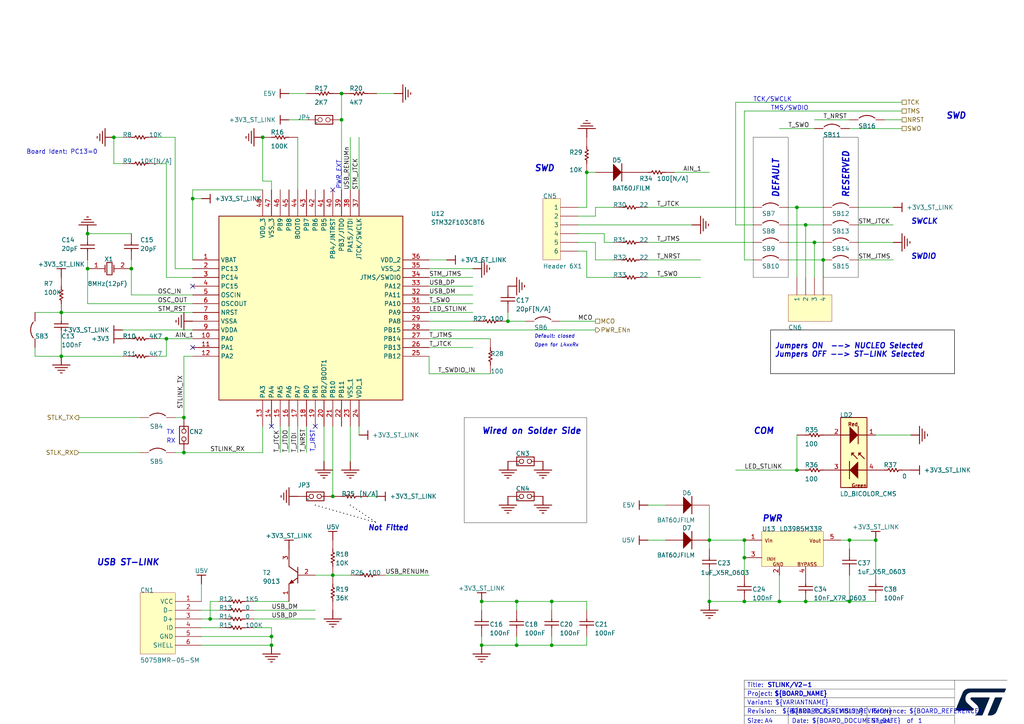
<source format=kicad_sch>
(kicad_sch (version 20231120) (generator "eeschema") (generator_version "8.0")
  (paper "A4")
  (title_block (title "STLINK/V2-1") (rev "C.3"))
  (lib_symbols
    (symbol "Project_Overview-altium-import:+3V3_BAR" (power)
      (property "Reference" "#PWR" (at 0 0 0))
      (property "Value" "+3V3" (at 0 3.81 0))
      (symbol "+3V3_BAR_0_0"
        (pin power_in line (at 0 0 0) (length 0) hide (name "+3V3") (number ""))
      )
    )
    (symbol "Project_Overview-altium-import:+3V3_ST_LINK_BAR" (power)
      (property "Reference" "#PWR" (at 0 0 0))
      (property "Value" "+3V3_ST_LINK" (at 0 3.81 0))
      (symbol "+3V3_ST_LINK_BAR_0_0"
        (pin power_in line (at 0 0 0) (length 0) hide (name "+3V3_ST_LINK") (number ""))
      )
    )
    (symbol "Project_Overview-altium-import:E5V_BAR" (power)
      (property "Reference" "#PWR" (at 0 0 0))
      (property "Value" "E5V" (at 0 3.81 0))
      (symbol "E5V_BAR_0_0"
        (pin power_in line (at 0 0 0) (length 0) hide (name "E5V") (number ""))
      )
    )
    (symbol "Project_Overview-altium-import:GND_POWER_GROUND" (power)
      (property "Reference" "#PWR" (at 0 0 0))
      (property "Value" "GND" (at 0 6.35 0))
      (symbol "GND_POWER_GROUND_0_0"
        (pin power_in line (at 0 0 0) (length 0) hide (name "GND") (number ""))
      )
    )
    (symbol "Project_Overview-altium-import:U5V_BAR" (power)
      (property "Reference" "#PWR" (at 0 0 0))
      (property "Value" "U5V" (at 0 3.81 0))
      (symbol "U5V_BAR_0_0"
        (pin power_in line (at 0 0 0) (length 0) hide (name "U5V") (number ""))
      )
    )
    (symbol "Project_Overview-altium-import:U_ST_LINK_V2-1_0_BAT60JFILM"
      (symbol "U_ST_LINK_V2-1_0_BAT60JFILM_1_0"
        (pin passive line (at -5.08 -2.54 0) (length 5.08) (name "A") (number "1"))
        (pin passive line (at 7.62 -2.54 180) (length 5.08) (name "K") (number "2"))
      )
    )
    (symbol "Project_Overview-altium-import:U_ST_LINK_V2-1_0_Circuit Breaker"
      (symbol "U_ST_LINK_V2-1_0_Circuit Breaker_1_0"
        (pin passive line (at -2.54 -2.54 0) (length 2.54) (name "1") (number "1"))
        (pin passive line (at 7.62 -2.54 180) (length 2.54) (name "2") (number "2"))
      )
    )
    (symbol "Project_Overview-altium-import:U_ST_LINK_V2-1_0_JP2"
      (symbol "U_ST_LINK_V2-1_0_JP2_1_0"
        (pin passive inverted (at -5.08 0 0) (length 4.572) (name "COMMON") (number "1"))
        (pin passive inverted (at 5.08 0 180) (length 4.572) (name "NO") (number "2"))
      )
    )
    (symbol "Project_Overview-altium-import:U_ST_LINK_V2-1_0_LD3985M33R"
      (symbol "U_ST_LINK_V2-1_0_LD3985M33R_1_0"
        (text "BYPASS" (at 2.54 -7.62 0) (effects (font (size 1.016 1.016)) (justify left bottom)))
        (text "GND" (at -4.572 -7.62 0) (effects (font (size 1.016 1.016)) (justify left bottom)))
        (text "INH" (at -6.35 -6.096 0) (effects (font (size 1.016 1.016)) (justify left bottom)))
        (text "Vin" (at -6.858 -0.762 0) (effects (font (size 1.016 1.016)) (justify left bottom)))
        (text "Vout" (at 6.096 -0.762 0) (effects (font (size 1.016 1.016)) (justify left bottom)))
        (pin passive line (at -12.7 0 0) (length 5.08) (name "Vin") (number "1"))
        (pin passive line (at -2.54 -10.16 90) (length 2.54) (name "GND") (number "2"))
        (pin passive line (at -12.7 -5.08 0) (length 5.08) (name "CE") (number "3"))
        (pin passive line (at 5.08 -10.16 90) (length 2.54) (name "BYPASS") (number "4"))
        (pin passive line (at 15.24 0 180) (length 5.08) (name "Vout") (number "5"))
      )
    )
    (symbol "Project_Overview-altium-import:U_ST_LINK_V2-1_0_Res1"
      (symbol "U_ST_LINK_V2-1_0_Res1_1_0"
        (pin passive line (at -2.54 -2.54 0) (length 2.54) (name "1") (number "1"))
        (pin passive line (at 7.62 -2.54 180) (length 2.54) (name "2") (number "2"))
      )
    )
    (symbol "Project_Overview-altium-import:U_ST_LINK_V2-1_0_STM32F103CBT6"
      (symbol "U_ST_LINK_V2-1_0_STM32F103CBT6_1_0"
        (pin power_in line (at -7.62 -12.7 0) (length 7.62) (name "VBAT") (number "1"))
        (pin bidirectional line (at -7.62 -35.56 0) (length 7.62) (name "PA0") (number "10"))
        (pin bidirectional line (at -7.62 -38.1 0) (length 7.62) (name "PA1") (number "11"))
        (pin bidirectional line (at -7.62 -40.64 0) (length 7.62) (name "PA2") (number "12"))
        (pin bidirectional line (at 12.7 -60.96 90) (length 7.62) (name "PA3") (number "13"))
        (pin bidirectional line (at 15.24 -60.96 90) (length 7.62) (name "PA4") (number "14"))
        (pin bidirectional line (at 17.78 -60.96 90) (length 7.62) (name "PA5") (number "15"))
        (pin bidirectional line (at 20.32 -60.96 90) (length 7.62) (name "PA6") (number "16"))
        (pin bidirectional line (at 22.86 -60.96 90) (length 7.62) (name "PA7") (number "17"))
        (pin bidirectional line (at 25.4 -60.96 90) (length 7.62) (name "PB0") (number "18"))
        (pin input line (at 27.94 -60.96 90) (length 7.62) (name "PB1") (number "19"))
        (pin bidirectional line (at -7.62 -15.24 0) (length 7.62) (name "PC13") (number "2"))
        (pin bidirectional line (at 30.48 -60.96 90) (length 7.62) (name "PB2/BOOT1") (number "20"))
        (pin bidirectional line (at 33.02 -60.96 90) (length 7.62) (name "PB10") (number "21"))
        (pin bidirectional line (at 35.56 -60.96 90) (length 7.62) (name "PB11") (number "22"))
        (pin power_in line (at 38.1 -60.96 90) (length 7.62) (name "VSS_1") (number "23"))
        (pin power_in line (at 40.64 -60.96 90) (length 7.62) (name "VDD_1") (number "24"))
        (pin bidirectional line (at 60.96 -40.64 180) (length 7.62) (name "PB12") (number "25"))
        (pin bidirectional line (at 60.96 -38.1 180) (length 7.62) (name "PB13") (number "26"))
        (pin bidirectional line (at 60.96 -35.56 180) (length 7.62) (name "PB14") (number "27"))
        (pin bidirectional line (at 60.96 -33.02 180) (length 7.62) (name "PB15") (number "28"))
        (pin bidirectional line (at 60.96 -30.48 180) (length 7.62) (name "PA8") (number "29"))
        (pin bidirectional line (at -7.62 -17.78 0) (length 7.62) (name "PC14") (number "3"))
        (pin bidirectional line (at 60.96 -27.94 180) (length 7.62) (name "PA9") (number "30"))
        (pin bidirectional line (at 60.96 -25.4 180) (length 7.62) (name "PA10") (number "31"))
        (pin bidirectional line (at 60.96 -22.86 180) (length 7.62) (name "PA11") (number "32"))
        (pin bidirectional line (at 60.96 -20.32 180) (length 7.62) (name "PA12") (number "33"))
        (pin bidirectional line (at 60.96 -17.78 180) (length 7.62) (name "JTMS/SWDIO") (number "34"))
        (pin power_in line (at 60.96 -15.24 180) (length 7.62) (name "VSS_2") (number "35"))
        (pin power_in line (at 60.96 -12.7 180) (length 7.62) (name "VDD_2") (number "36"))
        (pin bidirectional line (at 40.64 7.62 270) (length 7.62) (name "JTCK/SWCLK") (number "37"))
        (pin bidirectional line (at 38.1 7.62 270) (length 7.62) (name "PA15/JTDI") (number "38"))
        (pin bidirectional line (at 35.56 7.62 270) (length 7.62) (name "PB3/JTDO") (number "39"))
        (pin bidirectional line (at -7.62 -20.32 0) (length 7.62) (name "PC15") (number "4"))
        (pin bidirectional line (at 33.02 7.62 270) (length 7.62) (name "PB4/JNTRST") (number "40"))
        (pin bidirectional line (at 30.48 7.62 270) (length 7.62) (name "PB5") (number "41"))
        (pin bidirectional line (at 27.94 7.62 270) (length 7.62) (name "PB6") (number "42"))
        (pin bidirectional line (at 25.4 7.62 270) (length 7.62) (name "PB7") (number "43"))
        (pin bidirectional line (at 22.86 7.62 270) (length 7.62) (name "BOOT0") (number "44"))
        (pin bidirectional line (at 20.32 7.62 270) (length 7.62) (name "PB8") (number "45"))
        (pin bidirectional line (at 17.78 7.62 270) (length 7.62) (name "PB9") (number "46"))
        (pin power_in line (at 15.24 7.62 270) (length 7.62) (name "VSS_3") (number "47"))
        (pin power_in line (at 12.7 7.62 270) (length 7.62) (name "VDD_3") (number "48"))
        (pin input line (at -7.62 -22.86 0) (length 7.62) (name "OSCIN") (number "5"))
        (pin output line (at -7.62 -25.4 0) (length 7.62) (name "OSCOUT") (number "6"))
        (pin input line (at -7.62 -27.94 0) (length 7.62) (name "NRST") (number "7"))
        (pin power_in line (at -7.62 -30.48 0) (length 7.62) (name "VSSA") (number "8"))
        (pin power_in line (at -7.62 -33.02 0) (length 7.62) (name "VDDA") (number "9"))
      )
    )
    (symbol "Project_Overview-altium-import:U_ST_LINK_V2-1_0_USB-MINI-typeB connector_0"
      (symbol "U_ST_LINK_V2-1_0_USB-MINI-typeB connector_0_1_0"
        (pin power_in line (at 17.78 -2.54 180) (length 7.62) (name "VCC") (number "1"))
        (pin bidirectional line (at 17.78 -5.08 180) (length 7.62) (name "D-") (number "2"))
        (pin bidirectional line (at 17.78 -7.62 180) (length 7.62) (name "D+") (number "3"))
        (pin input line (at 17.78 -10.16 180) (length 7.62) (name "ID") (number "4"))
        (pin power_in line (at 17.78 -12.7 180) (length 7.62) (name "GND") (number "5"))
        (pin power_in line (at 17.78 -15.24 180) (length 7.62) (name "SHELL") (number "6"))
      )
    )
    (symbol "Project_Overview-altium-import:U_ST_LINK_V2-1_0_XTAL_0"
      (symbol "U_ST_LINK_V2-1_0_XTAL_0_1_0"
        (pin passive line (at -5.08 -2.54 0) (length 5.08) (name "OSC1") (number "1"))
        (pin passive line (at 7.62 -2.54 180) (length 5.08) (name "OSC2") (number "2"))
      )
    )
    (symbol "Project_Overview-altium-import:U_ST_LINK_V2-1_0_mirrored_Header 6X1"
      (symbol "U_ST_LINK_V2-1_0_mirrored_Header 6X1_1_0"
        (pin passive line (at 5.08 -2.54 180) (length 5.08) (name "1") (number "1"))
        (pin passive line (at 5.08 -5.08 180) (length 5.08) (name "2") (number "2"))
        (pin passive line (at 5.08 -7.62 180) (length 5.08) (name "3") (number "3"))
        (pin passive line (at 5.08 -10.16 180) (length 5.08) (name "4") (number "4"))
        (pin passive line (at 5.08 -12.7 180) (length 5.08) (name "5") (number "5"))
        (pin passive line (at 5.08 -15.24 180) (length 5.08) (name "6") (number "6"))
      )
    )
    (symbol "Project_Overview-altium-import:U_ST_LINK_V2-1_0_mirrored_LD_BICOLOR_CMS"
      (symbol "U_ST_LINK_V2-1_0_mirrored_LD_BICOLOR_CMS_1_0"
        (text "_Green" (at 0 -12.7 0) (effects (font (size 1.016 1.016) (thickness 0.2032) (bold yes)) (justify right bottom)))
        (text "Red" (at -2.54 5.08 0) (effects (font (size 1.016 1.016) (thickness 0.2032) (bold yes)) (justify right bottom)))
        (pin passive line (at 2.54 2.54 180) (length 2.54) (name "1") (number "1"))
        (pin passive line (at -10.16 2.54 0) (length 2.54) (name "2") (number "2"))
        (pin passive line (at -10.16 -7.62 0) (length 2.54) (name "3") (number "3"))
        (pin passive line (at 2.54 -7.62 180) (length 2.54) (name "4") (number "4"))
      )
    )
    (symbol "Project_Overview-altium-import:U_ST_LINK_V2-1_0_mirrored_NPN"
      (symbol "U_ST_LINK_V2-1_0_mirrored_NPN_1_0"
        (pin passive line (at -2.54 -10.16 90) (length 5.08) (name "E") (number "1"))
        (pin passive line (at 5.08 -2.54 180) (length 5.08) (name "B") (number "2"))
        (pin passive line (at -2.54 5.08 270) (length 5.08) (name "C") (number "3"))
      )
    )
    (symbol "Project_Overview-altium-import:U_ST_LINK_V2-1_0_mirrored_Res1_0"
      (symbol "U_ST_LINK_V2-1_0_mirrored_Res1_0_1_0"
        (pin passive line (at -2.54 2.54 0) (length 2.54) (name "1") (number "1"))
        (pin passive line (at 7.62 2.54 180) (length 2.54) (name "2") (number "2"))
      )
    )
    (symbol "Project_Overview-altium-import:U_ST_LINK_V2-1_1_CAP SMD 0603  X5R 1µF 25V 10%"
      (symbol "U_ST_LINK_V2-1_1_CAP SMD 0603  X5R 1µF 25V 10%_1_0"
        (pin passive line (at 0 0 90) (length 2.54) (name "1") (number "1"))
        (pin passive line (at 0 7.62 270) (length 2.54) (name "2") (number "2"))
      )
    )
    (symbol "Project_Overview-altium-import:U_ST_LINK_V2-1_1_CAP SMD 0603  X7R 10000PF 50V 10%"
      (symbol "U_ST_LINK_V2-1_1_CAP SMD 0603  X7R 10000PF 50V 10%_1_0"
        (pin passive line (at 0 0 90) (length 2.54) (name "1") (number "1"))
        (pin passive line (at 0 7.62 270) (length 2.54) (name "2") (number "2"))
      )
    )
    (symbol "Project_Overview-altium-import:U_ST_LINK_V2-1_1_Capacitor_ST"
      (symbol "U_ST_LINK_V2-1_1_Capacitor_ST_1_0"
        (pin passive line (at 2.54 -2.54 90) (length 2.54) (name "1") (number "1"))
        (pin passive line (at 2.54 5.08 270) (length 2.54) (name "2") (number "2"))
      )
    )
    (symbol "Project_Overview-altium-import:U_ST_LINK_V2-1_1_Circuit Breaker"
      (symbol "U_ST_LINK_V2-1_1_Circuit Breaker_1_0"
        (pin passive line (at 2.54 -2.54 90) (length 2.54) (name "1") (number "1"))
        (pin passive line (at 2.54 7.62 270) (length 2.54) (name "2") (number "2"))
      )
    )
    (symbol "Project_Overview-altium-import:U_ST_LINK_V2-1_1_JP2"
      (symbol "U_ST_LINK_V2-1_1_JP2_1_0"
        (pin passive inverted (at 0 -5.08 90) (length 4.572) (name "COMMON") (number "1"))
        (pin passive inverted (at 0 5.08 270) (length 4.572) (name "NO") (number "2"))
      )
    )
    (symbol "Project_Overview-altium-import:U_ST_LINK_V2-1_1_Res1"
      (symbol "U_ST_LINK_V2-1_1_Res1_1_0"
        (pin passive line (at 2.54 -2.54 90) (length 2.54) (name "1") (number "1"))
        (pin passive line (at 2.54 7.62 270) (length 2.54) (name "2") (number "2"))
      )
    )
    (symbol "Project_Overview-altium-import:U_ST_LINK_V2-1_1_Res1_0"
      (symbol "U_ST_LINK_V2-1_1_Res1_0_1_0"
        (pin passive line (at 2.54 -2.54 90) (length 2.54) (name "1") (number "1"))
        (pin passive line (at 2.54 7.62 270) (length 2.54) (name "2") (number "2"))
      )
    )
    (symbol "Project_Overview-altium-import:U_ST_LINK_V2-1_2_Res1_0"
      (symbol "U_ST_LINK_V2-1_2_Res1_0_1_0"
        (pin passive line (at 2.54 2.54 180) (length 2.54) (name "1") (number "1"))
        (pin passive line (at -7.62 2.54 0) (length 2.54) (name "2") (number "2"))
      )
    )
    (symbol "Project_Overview-altium-import:U_ST_LINK_V2-1_3_CAP SMD 0603  X5R 1µF 25V 10%"
      (symbol "U_ST_LINK_V2-1_3_CAP SMD 0603  X5R 1µF 25V 10%_1_0"
        (pin passive line (at 0 0 270) (length 2.54) (name "1") (number "1"))
        (pin passive line (at 0 -7.62 90) (length 2.54) (name "2") (number "2"))
      )
    )
    (symbol "Project_Overview-altium-import:U_ST_LINK_V2-1_3_mirrored_Header 4"
      (symbol "U_ST_LINK_V2-1_3_mirrored_Header 4_1_0"
        (pin passive line (at 2.54 5.08 270) (length 5.08) (name "1") (number "1"))
        (pin passive line (at 5.08 5.08 270) (length 5.08) (name "2") (number "2"))
        (pin passive line (at 7.62 5.08 270) (length 5.08) (name "3") (number "3"))
        (pin passive line (at 10.16 5.08 270) (length 5.08) (name "4") (number "4"))
      )
    )
  )
  (junction (at 160.02 174.4472))
  (junction (at 160.02 187.1472))
  (junction (at 139.7 174.4472))
  (junction (at 25.4 67.7672))
  (junction (at 236.22 70.3072))
  (junction (at 48.26 98.2472))
  (junction (at 53.34 131.2672))
  (junction (at 76.2 39.8272))
  (junction (at 25.4 77.9272))
  (junction (at 17.78 90.6272))
  (junction (at 231.14 136.3472))
  (junction (at 96.52 143.9672))
  (junction (at 149.86 174.4472))
  (junction (at 205.74 174.4472))
  (junction (at 170.18 49.9872))
  (junction (at 78.74 187.1472))
  (junction (at 33.02 39.8272))
  (junction (at 139.7 187.1472))
  (junction (at 215.9 174.4472))
  (junction (at 226.06 174.4472))
  (junction (at 60.96 179.5272))
  (junction (at 78.74 184.6072))
  (junction (at 231.14 60.1472))
  (junction (at 215.9 156.6672))
  (junction (at 238.76 75.3872))
  (junction (at 246.38 174.4472))
  (junction (at 96.52 166.8272))
  (junction (at 233.68 174.4472))
  (junction (at 147.32 93.1672))
  (junction (at 55.88 57.6072))
  (junction (at 38.1 77.9272))
  (junction (at 233.68 65.2272))
  (junction (at 99.06 27.1272))
  (junction (at 246.38 156.6672))
  (junction (at 149.86 187.1472))
  (junction (at 17.78 103.3272))
  (junction (at 254 156.6672))
  (junction (at 215.9 161.7472))
  (junction (at 205.74 156.6672))
  (junction (at 53.34 121.1072))
  (junction (at 99.06 34.7472))
  (no_connect (at 55.88 100.7872))
  (no_connect (at 91.44 123.6472))
  (no_connect (at 55.88 83.0072))
  (no_connect (at 96.52 55.0672))
  (no_connect (at 78.74 123.6472))
  (wire (pts (xy 45.72 103.3272) (xy 48.26 103.3272)))
  (wire (pts (xy 139.7 176.9872) (xy 139.7 174.4472)))
  (wire (pts (xy 172.72 60.1472) (xy 172.72 62.6872)))
  (wire (pts (xy 137.16 77.9272) (xy 124.46 77.9272)))
  (wire (pts (xy 101.6 55.0672) (xy 101.6 39.8272)))
  (wire (pts (xy 48.26 98.2472) (xy 45.72 98.2472)))
  (wire (pts (xy 124.46 95.7072) (xy 172.72 95.7072)))
  (wire (pts (xy 172.72 70.3072) (xy 167.64 70.3072)))
  (wire (pts (xy 17.78 103.3272) (xy 10.16 103.3272)))
  (wire (pts (xy 53.34 121.1072) (xy 53.34 103.3272)))
  (polyline (pts (xy 228.6 207.4672) (xy 228.6 210.0072)) (stroke (width 0.0254) (type solid) (color 0 0 0 1)))
  (wire (pts (xy 236.22 70.3072) (xy 238.76 70.3072)))
  (wire (pts (xy 187.96 75.3872) (xy 203.2 75.3872)))
  (wire (pts (xy 76.2 52.5272) (xy 76.2 39.8272)))
  (wire (pts (xy 246.38 156.6672) (xy 243.84 156.6672)))
  (wire (pts (xy 238.76 80.4672) (xy 238.76 75.3872)))
  (wire (pts (xy 40.64 121.1072) (xy 22.86 121.1072)))
  (wire (pts (xy 78.74 184.6072) (xy 78.74 182.0672)))
  (wire (pts (xy 147.32 90.6272) (xy 147.32 93.1672)))
  (wire (pts (xy 170.18 187.1472) (xy 160.02 187.1472)))
  (polyline (pts (xy 292.1 197.3072) (xy 215.9 197.3072)) (stroke (width 0.0254) (type solid) (color 0 0 0 1)))
  (wire (pts (xy 215.9 174.4472) (xy 205.74 174.4472)))
  (wire (pts (xy 109.22 143.9672) (xy 106.68 143.9672)))
  (wire (pts (xy 83.82 123.6472) (xy 83.82 131.2672)))
  (wire (pts (xy 58.42 184.6072) (xy 78.74 184.6072)))
  (wire (pts (xy 76.2 131.2672) (xy 76.2 123.6472)))
  (wire (pts (xy 58.42 176.9872) (xy 63.5 176.9872)))
  (wire (pts (xy 55.88 77.9272) (xy 50.8 77.9272)))
  (wire (pts (xy 167.64 67.7672) (xy 175.26 67.7672)))
  (wire (pts (xy 88.9 34.7472) (xy 83.82 34.7472)))
  (wire (pts (xy 76.2 55.0672) (xy 55.88 55.0672)))
  (wire (pts (xy 218.44 70.3072) (xy 187.96 70.3072)))
  (wire (pts (xy 93.98 123.6472) (xy 93.98 133.8072)))
  (wire (pts (xy 124.46 83.0072) (xy 137.16 83.0072)))
  (wire (pts (xy 231.14 80.4672) (xy 231.14 60.1472)))
  (wire (pts (xy 78.74 182.0672) (xy 73.66 182.0672)))
  (wire (pts (xy 218.44 65.2272) (xy 213.36 65.2272)))
  (wire (pts (xy 60.96 174.4472) (xy 63.5 174.4472)))
  (wire (pts (xy 139.7 174.4472) (xy 149.86 174.4472)))
  (wire (pts (xy 111.76 166.8272) (xy 124.46 166.8272)))
  (wire (pts (xy 248.92 75.3872) (xy 259.08 75.3872)))
  (wire (pts (xy 38.1 67.7672) (xy 25.4 67.7672)))
  (wire (pts (xy 254 166.8272) (xy 254 156.6672)))
  (wire (pts (xy 124.46 103.3272) (xy 124.46 108.4072)))
  (wire (pts (xy 170.18 80.4672) (xy 170.18 72.8472)))
  (wire (pts (xy 55.88 57.6072) (xy 55.88 75.3872)))
  (wire (pts (xy 17.78 98.2472) (xy 17.78 103.3272)))
  (wire (pts (xy 213.36 29.6672) (xy 261.62 29.6672)))
  (wire (pts (xy 124.46 75.3872) (xy 129.54 75.3872)))
  (wire (pts (xy 81.28 123.6472) (xy 81.28 131.2672)))
  (wire (pts (xy 248.92 60.1472) (xy 259.08 60.1472)))
  (wire (pts (xy 50.8 77.9272) (xy 50.8 39.8272)))
  (wire (pts (xy 233.68 65.2272) (xy 233.68 80.4672)))
  (wire (pts (xy 177.8 80.4672) (xy 170.18 80.4672)))
  (wire (pts (xy 124.46 85.5472) (xy 137.16 85.5472)))
  (wire (pts (xy 78.74 55.0672) (xy 78.74 52.5272)))
  (wire (pts (xy 86.36 55.0672) (xy 86.36 39.8272)))
  (wire (pts (xy 160.02 174.4472) (xy 170.18 174.4472)))
  (wire (pts (xy 88.9 123.6472) (xy 88.9 131.2672)))
  (wire (pts (xy 124.46 100.7872) (xy 137.16 100.7872)))
  (wire (pts (xy 33.02 47.4472) (xy 35.56 47.4472)))
  (wire (pts (xy 101.6 166.8272) (xy 96.52 166.8272)))
  (wire (pts (xy 205.74 49.9872) (xy 195.58 49.9872)))
  (wire (pts (xy 35.56 39.8272) (xy 33.02 39.8272)))
  (polyline (pts (xy 215.9 204.9272) (xy 276.86 204.9272)) (stroke (width 0.0254) (type solid) (color 0 0 0 1)))
  (wire (pts (xy 215.9 156.6672) (xy 205.74 156.6672)))
  (wire (pts (xy 73.66 179.5272) (xy 91.44 179.5272)))
  (wire (pts (xy 58.42 182.0672) (xy 63.5 182.0672)))
  (wire (pts (xy 213.36 65.2272) (xy 213.36 29.6672)))
  (wire (pts (xy 205.74 156.6672) (xy 205.74 159.2072)))
  (wire (pts (xy 246.38 37.2872) (xy 261.62 37.2872)))
  (wire (pts (xy 205.74 146.5072) (xy 205.74 156.6672)))
  (wire (pts (xy 264.16 126.1872) (xy 254 126.1872)))
  (wire (pts (xy 78.74 52.5272) (xy 76.2 52.5272)))
  (wire (pts (xy 170.18 60.1472) (xy 167.64 60.1472)))
  (wire (pts (xy 170.18 49.9872) (xy 170.18 60.1472)))
  (wire (pts (xy 160.02 184.6072) (xy 160.02 187.1472)))
  (wire (pts (xy 139.7 187.1472) (xy 139.7 184.6072)))
  (wire (pts (xy 193.04 146.5072) (xy 187.96 146.5072)))
  (wire (pts (xy 233.68 174.4472) (xy 226.06 174.4472)))
  (wire (pts (xy 73.66 174.4472) (xy 83.82 174.4472)))
  (wire (pts (xy 248.92 70.3072) (xy 259.08 70.3072)))
  (wire (pts (xy 175.26 70.3072) (xy 177.8 70.3072)))
  (wire (pts (xy 124.46 98.2472) (xy 142.24 98.2472)))
  (wire (pts (xy 99.06 34.7472) (xy 99.06 27.1272)))
  (wire (pts (xy 104.14 123.6472) (xy 104.14 126.1872)))
  (wire (pts (xy 233.68 65.2272) (xy 238.76 65.2272)))
  (wire (pts (xy 160.02 187.1472) (xy 149.86 187.1472)))
  (wire (pts (xy 96.52 123.6472) (xy 96.52 143.9672)))
  (polyline (pts (xy 251.46 204.9272) (xy 251.46 210.0072)) (stroke (width 0.0254) (type solid) (color 0 0 0 1)))
  (wire (pts (xy 55.88 95.7072) (xy 35.56 95.7072)))
  (wire (pts (xy 147.32 93.1672) (xy 152.4 93.1672)))
  (wire (pts (xy 60.96 179.5272) (xy 63.5 179.5272)))
  (polyline (pts (xy 215.9 197.3072) (xy 215.9 210.0072)) (stroke (width 0.0254) (type solid) (color 0 0 0 1)))
  (wire (pts (xy 205.74 174.4472) (xy 205.74 166.8272)))
  (wire (pts (xy 226.06 174.4472) (xy 215.9 174.4472)))
  (wire (pts (xy 99.06 55.0672) (xy 99.06 34.7472)))
  (wire (pts (xy 83.82 27.1272) (xy 88.9 27.1272)))
  (wire (pts (xy 48.26 98.2472) (xy 55.88 98.2472)))
  (wire (pts (xy 238.76 75.3872) (xy 228.6 75.3872)))
  (wire (pts (xy 48.26 47.4472) (xy 45.72 47.4472)))
  (wire (pts (xy 175.26 67.7672) (xy 175.26 70.3072)))
  (wire (pts (xy 58.42 57.6072) (xy 55.88 57.6072)))
  (wire (pts (xy 55.88 90.6272) (xy 17.78 90.6272)))
  (wire (pts (xy 55.88 80.4672) (xy 48.26 80.4672)))
  (wire (pts (xy 177.8 75.3872) (xy 172.72 75.3872)))
  (wire (pts (xy 58.42 174.4472) (xy 58.42 169.3672)))
  (wire (pts (xy 170.18 72.8472) (xy 167.64 72.8472)))
  (wire (pts (xy 109.22 27.1272) (xy 114.3 27.1272)))
  (wire (pts (xy 86.36 123.6472) (xy 86.36 131.2672)))
  (wire (pts (xy 78.74 187.1472) (xy 78.74 184.6072)))
  (wire (pts (xy 172.72 75.3872) (xy 172.72 70.3072)))
  (polyline (pts (xy 215.9 207.4672) (xy 276.86 207.4672)) (stroke (width 0.0254) (type solid) (color 0 0 0 1)))
  (wire (pts (xy 231.14 126.1872) (xy 231.14 136.3472)))
  (polyline (pts (xy 101.6 146.5072) (xy 109.22 151.5872)) (stroke (width 0.254) (type dot) (color 0 0 0 1)))
  (wire (pts (xy 33.02 39.8272) (xy 33.02 47.4472)))
  (wire (pts (xy 55.88 88.0872) (xy 25.4 88.0872)))
  (wire (pts (xy 246.38 166.8272) (xy 246.38 174.4472)))
  (wire (pts (xy 203.2 80.4672) (xy 187.96 80.4672)))
  (wire (pts (xy 53.34 131.2672) (xy 76.2 131.2672)))
  (polyline (pts (xy 91.44 146.5072) (xy 109.22 151.5872)) (stroke (width 0.254) (type dot) (color 0 0 0 1)))
  (polyline (pts (xy 276.86 197.3072) (xy 276.86 210.0072)) (stroke (width 0.0254) (type solid) (color 0 0 0 1)))
  (wire (pts (xy 246.38 156.6672) (xy 246.38 159.2072)))
  (wire (pts (xy 124.46 80.4672) (xy 137.16 80.4672)))
  (wire (pts (xy 231.14 60.1472) (xy 238.76 60.1472)))
  (wire (pts (xy 58.42 187.1472) (xy 78.74 187.1472)))
  (wire (pts (xy 256.54 34.7472) (xy 261.62 34.7472)))
  (wire (pts (xy 50.8 39.8272) (xy 45.72 39.8272)))
  (wire (pts (xy 254 156.6672) (xy 246.38 156.6672)))
  (wire (pts (xy 228.6 70.3072) (xy 236.22 70.3072)))
  (wire (pts (xy 149.86 174.4472) (xy 160.02 174.4472)))
  (wire (pts (xy 246.38 174.4472) (xy 233.68 174.4472)))
  (wire (pts (xy 254 174.4472) (xy 246.38 174.4472)))
  (wire (pts (xy 101.6 123.6472) (xy 101.6 133.8072)))
  (wire (pts (xy 124.46 90.6272) (xy 137.16 90.6272)))
  (wire (pts (xy 218.44 60.1472) (xy 187.96 60.1472)))
  (wire (pts (xy 226.06 166.8272) (xy 226.06 174.4472)))
  (wire (pts (xy 248.92 65.2272) (xy 259.08 65.2272)))
  (wire (pts (xy 124.46 93.1672) (xy 137.16 93.1672)))
  (wire (pts (xy 17.78 90.6272) (xy 10.16 90.6272)))
  (wire (pts (xy 215.9 161.7472) (xy 215.9 156.6672)))
  (wire (pts (xy 167.64 65.2272) (xy 200.66 65.2272)))
  (wire (pts (xy 236.22 34.7472) (xy 246.38 34.7472)))
  (polyline (pts (xy 276.86 199.8472) (xy 215.9 199.8472)) (stroke (width 0.0254) (type solid) (color 0 0 0 1)))
  (wire (pts (xy 73.66 176.9872) (xy 91.44 176.9872)))
  (wire (pts (xy 215.9 75.3872) (xy 215.9 32.2072)))
  (wire (pts (xy 160.02 174.4472) (xy 160.02 176.9872)))
  (wire (pts (xy 172.72 62.6872) (xy 167.64 62.6872)))
  (wire (pts (xy 149.86 187.1472) (xy 139.7 187.1472)))
  (wire (pts (xy 231.14 60.1472) (xy 228.6 60.1472)))
  (wire (pts (xy 60.96 179.5272) (xy 60.96 174.4472)))
  (wire (pts (xy 58.42 179.5272) (xy 60.96 179.5272)))
  (wire (pts (xy 170.18 174.4472) (xy 170.18 176.9872)))
  (wire (pts (xy 48.26 103.3272) (xy 48.26 98.2472)))
  (wire (pts (xy 96.52 166.8272) (xy 91.44 166.8272)))
  (wire (pts (xy 50.8 131.2672) (xy 53.34 131.2672)))
  (wire (pts (xy 236.22 70.3072) (xy 236.22 80.4672)))
  (wire (pts (xy 137.16 88.0872) (xy 124.46 88.0872)))
  (wire (pts (xy 25.4 88.0872) (xy 25.4 77.9272)))
  (wire (pts (xy 172.72 49.9872) (xy 170.18 49.9872)))
  (polyline (pts (xy 215.9 202.3872) (xy 276.86 202.3872)) (stroke (width 0.0254) (type solid) (color 0 0 0 1)))
  (wire (pts (xy 226.06 37.2872) (xy 236.22 37.2872)))
  (wire (pts (xy 55.88 85.5472) (xy 38.1 85.5472)))
  (wire (pts (xy 170.18 184.6072) (xy 170.18 187.1472)))
  (wire (pts (xy 218.44 75.3872) (xy 215.9 75.3872)))
  (wire (pts (xy 215.9 166.8272) (xy 215.9 161.7472)))
  (wire (pts (xy 124.46 108.4072) (xy 142.24 108.4072)))
  (wire (pts (xy 231.14 136.3472) (xy 213.36 136.3472)))
  (wire (pts (xy 50.8 121.1072) (xy 53.34 121.1072)))
  (wire (pts (xy 38.1 85.5472) (xy 38.1 77.9272)))
  (wire (pts (xy 162.56 93.1672) (xy 172.72 93.1672)))
  (wire (pts (xy 215.9 32.2072) (xy 261.62 32.2072)))
  (wire (pts (xy 38.1 77.9272) (xy 38.1 75.3872)))
  (wire (pts (xy 48.26 80.4672) (xy 48.26 47.4472)))
  (wire (pts (xy 40.64 131.2672) (xy 22.86 131.2672)))
  (wire (pts (xy 10.16 103.3272) (xy 10.16 100.7872)))
  (wire (pts (xy 55.88 55.0672) (xy 55.88 57.6072)))
  (wire (pts (xy 149.86 174.4472) (xy 149.86 176.9872)))
  (wire (pts (xy 17.78 103.3272) (xy 35.56 103.3272)))
  (wire (pts (xy 104.14 55.0672) (xy 104.14 39.8272)))
  (wire (pts (xy 53.34 103.3272) (xy 55.88 103.3272)))
  (wire (pts (xy 193.04 156.6672) (xy 187.96 156.6672)))
  (wire (pts (xy 25.4 77.9272) (xy 25.4 75.3872)))
  (wire (pts (xy 149.86 184.6072) (xy 149.86 187.1472)))
  (wire (pts (xy 177.8 60.1472) (xy 172.72 60.1472)))
  (wire (pts (xy 228.6 65.2272) (xy 233.68 65.2272)))
  (rectangle (start 248.92 39.8272) (end 238.76 80.4672) (stroke (width 0.0254) (color 0 0 0 1)))
  (rectangle (start 228.6 39.8272) (end 218.44 80.4672) (stroke (width 0.0254) (color 0 0 0 1)))
  (rectangle (start 170.18 121.1072) (end 134.62 151.5872) (stroke (width 0.0254) (color 0 0 0 1)))
  (image (at 284.442 203.6397) (scale 0.173094))
  (text_box "\nJumpers ON  --> NUCLEO Selected\nJumpers OFF --> ST-LINK Selected" (at 276.86 95.7072 0) (size -53.34 12.7) (stroke (width 0) (color 0 0 0 1)) (fill (type color) (color 255 255 255 1)) (effects (font (size 1.524 1.524) (thickness 0.3048) (bold yes) (italic yes)) (justify left top)))
  (text "DEFAULT" (at 226.06 57.6072 90) (effects (font (size 1.778 1.778) (thickness 0.3556) (bold yes) (italic yes)) (justify left bottom)))
  (text "${TITLE}" (at 222.504 199.5932 0) (effects (font (size 1.27 1.27) (thickness 0.254) (bold yes)) (justify left bottom)))
  (text "${VARIANTNAME}" (at 224.79 204.6732 0) (effects (font (size 1.27 1.27)) (justify left bottom)))
  (text "${BOARD_NAME}" (at 224.536 202.1332 0) (effects (font (size 1.27 1.27) (thickness 0.254) (bold yes)) (justify left bottom)))
  (text "Reference:" (at 252.73 207.2132 0) (effects (font (size 1.27 1.27)) (justify left bottom)))
  (text "RX" (at 48.26 128.7272 0) (effects (font (size 1.27 1.27)) (justify left bottom)))
  (text "SWD" (at 154.94 49.9872 0) (effects (font (size 1.778 1.778) (thickness 0.3556) (bold yes) (italic yes)) (justify left bottom)))
  (text "${BOARD_DOCUMENT_DATE}" (at 235.458 210.0072 0) (effects (font (size 1.27 1.27)) (justify left bottom)))
  (text "TX" (at 48.26 126.1872 0) (effects (font (size 1.27 1.27)) (justify left bottom)))
  (text "T_JRST" (at 91.44 131.2672 90) (effects (font (size 1.27 1.27)) (justify left bottom)))
  (text "COM" (at 218.44 126.1872 0) (effects (font (size 1.778 1.778) (thickness 0.3556) (bold yes) (italic yes)) (justify left bottom)))
  (text "SWDIO" (at 264.16 75.3872 0) (effects (font (size 1.524 1.524) (thickness 0.3048) (bold yes) (italic yes)) (justify left bottom)))
  (text "Revision:" (at 216.662 207.2132 0) (effects (font (size 1.27 1.27)) (justify left bottom)))
  (text "Board Ident: PC13=0" (at 7.62 44.9072 0) (effects (font (size 1.27 1.27)) (justify left bottom)))
  (text "${BOARD_REFERENCE}" (at 263.652 207.2132 0) (effects (font (size 1.27 1.27)) (justify left bottom)))
  (text "Size:" (at 216.662 210.0072 0) (effects (font (size 1.27 1.27)) (justify left bottom)))
  (text "${#}" (at 259.588 210.0072 0) (effects (font (size 1.27 1.27)) (justify left bottom)))
  (text "${BOARD_PCB_REVISION}" (at 226.822 207.2132 0) (effects (font (size 1.27 1.27)) (justify left bottom)))
  (text "-" (at 228.6 207.2132 0) (effects (font (size 1.27 1.27)) (justify left bottom)))
  (text "Project:" (at 216.662 202.1332 0) (effects (font (size 1.27 1.27)) (justify left bottom)))
  (text "Not Fitted" (at 106.68 154.1272 0) (effects (font (size 1.524 1.524) (thickness 0.3048) (bold yes) (italic yes)) (justify left bottom)))
  (text "" (at 132.08 75.3872 0) (effects (font (size 1.27 1.27) (italic yes)) (justify left bottom)))
  (text "Sheet:" (at 252.73 210.0072 0) (effects (font (size 1.27 1.27)) (justify left bottom)))
  (text "Date:" (at 229.616 210.0072 0) (effects (font (size 1.27 1.27)) (justify left bottom)))
  (text "TCK/SWCLK" (at 218.44 29.6672 0) (effects (font (size 1.27 1.27)) (justify left bottom)))
  (text "Default: closed" (at 154.94 98.2472 0) (effects (font (size 1.016 1.016) (italic yes)) (justify left bottom)))
  (text "of" (at 262.89 210.0072 0) (effects (font (size 1.27 1.27)) (justify left bottom)))
  (text "USB ST-LINK" (at 27.94 164.2872 0) (effects (font (size 1.778 1.778) (thickness 0.3556) (bold yes) (italic yes)) (justify left bottom)))
  (text "TMS/SWDIO" (at 223.52 32.2072 0) (effects (font (size 1.27 1.27)) (justify left bottom)))
  (text "${BOARD_ASSEMBLY_REVISION}" (at 229.362 207.2132 0) (effects (font (size 1.27 1.27)) (justify left bottom)))
  (text "Open for L4xxRx" (at 154.94 100.7872 0) (effects (font (size 1.016 1.016) (italic yes)) (justify left bottom)))
  (text "Wired on Solder Side" (at 139.7 126.1872 0) (effects (font (size 1.778 1.778) (thickness 0.3556) (bold yes) (italic yes)) (justify left bottom)))
  (text "PWR_EXT" (at 99.06 55.0672 90) (effects (font (size 1.27 1.27) (italic yes)) (justify left bottom)))
  (text "Title:" (at 216.662 199.5932 0) (effects (font (size 1.27 1.27)) (justify left bottom)))
  (text "A4" (at 221.742 210.0072 0) (effects (font (size 1.27 1.27)) (justify left bottom)))
  (text "RESERVED" (at 246.38 57.6072 90) (effects (font (size 1.778 1.778) (thickness 0.3556) (bold yes) (italic yes)) (justify left bottom)))
  (text "SWCLK" (at 264.16 65.2272 0) (effects (font (size 1.524 1.524) (thickness 0.3048) (bold yes) (italic yes)) (justify left bottom)))
  (text "SWD" (at 274.32 34.7472 0) (effects (font (size 1.778 1.778) (thickness 0.3556) (bold yes) (italic yes)) (justify left bottom)))
  (text "Variant:" (at 216.662 204.6732 0) (effects (font (size 1.27 1.27)) (justify left bottom)))
  (text "${##}" (at 266.192 210.0072 0) (effects (font (size 1.27 1.27)) (justify left bottom)))
  (text "PWR" (at 220.98 151.5872 0) (effects (font (size 1.778 1.778) (thickness 0.3556) (bold yes) (italic yes)) (justify left bottom)))
  (label "STM_JTCK" (at 104.14 55.0672 90))
  (label "USB_RENUMn" (at 111.76 166.8272 0))
  (label "T_JTMS" (at 124.46 98.2472 0))
  (label "AIN_1" (at 50.8 98.2472 0))
  (label "STLINK_TX" (at 53.34 118.5672 90))
  (label "T_JTDI" (at 86.36 131.2672 90))
  (label "T_SWO" (at 190.5 80.4672 0))
  (label "AIN_1" (at 198.12 49.9872 0))
  (label "STM_JTMS" (at 248.92 75.3872 0))
  (label "USB_RENUMn" (at 101.6 55.0672 90))
  (label "STM_JTCK" (at 248.92 65.2272 0))
  (label "LED_STLINK" (at 215.9 136.3472 0))
  (label "T_NRST" (at 238.76 34.7472 0))
  (label "OSC_IN" (at 45.72 85.5472 0))
  (label "T_NRST" (at 88.9 131.2672 90))
  (label "USB_DM" (at 78.74 176.9872 0))
  (label "T_SWDIO_IN" (at 127 108.4072 0))
  (label "T_NRST" (at 190.5 75.3872 0))
  (label "USB_DM" (at 124.46 85.5472 0))
  (label "T_JTCK" (at 124.46 100.7872 0))
  (label "T_JTMS" (at 190.5 70.3072 0))
  (label "STLINK_RX" (at 60.96 131.2672 0))
  (label "STM_JTMS" (at 124.46 80.4672 0))
  (label "T_SWO" (at 124.46 88.0872 0))
  (label "T_SWO" (at 228.6 37.2872 0))
  (label "LED_STLINK" (at 124.46 90.6272 0))
  (label "STM_RST" (at 45.72 90.6272 0))
  (label "USB_DP" (at 124.46 83.0072 0))
  (label "T_JTCK" (at 190.5 60.1472 0))
  (label "MCO" (at 167.64 93.1672 0))
  (label "T_JTCK" (at 81.28 131.2672 90))
  (label "T_JTDO" (at 83.82 131.2672 90))
  (label "OSC_OUT" (at 45.72 88.0872 0))
  (label "USB_DP" (at 78.74 179.5272 0))
  (hierarchical_label "STLK_TX" (shape output) (at 22.86 121.1072 180))
  (hierarchical_label "PWR_ENn" (shape output) (at 172.72 95.7072 0))
  (hierarchical_label "TMS" (shape passive) (at 261.62 32.2072 0))
  (hierarchical_label "TCK" (shape passive) (at 261.62 29.6672 0))
  (hierarchical_label "STLK_RX" (shape input) (at 22.86 131.2672 180))
  (hierarchical_label "NRST" (shape passive) (at 261.62 34.7472 0))
  (hierarchical_label "MCO" (shape passive) (at 172.72 93.1672 0))
  (hierarchical_label "SWO" (shape passive) (at 261.62 37.2872 0))
  (symbol (lib_id "Project_Overview-altium-import:GND_POWER_GROUND") (at 205.74 174.4472 0) (unit 1)
    (property "Reference" "#PWR0101" (effects (hide yes)))
    (property "Value" "GND" (effects (hide yes)))
  )
  (symbol (lib_id "Project_Overview-altium-import:U_ST_LINK_V2-1_0_BAT60JFILM") (at 198.12 143.9672 0) (unit 1)
    (property "Reference" "D6" (at 197.866 143.7132 0) (effects (justify left bottom)))
    (property "Value" "BAT60JFILM" (at 190.5 151.5872 0) (effects (justify left bottom)))
    (property "Footprint" "SOD323/A" (effects (hide yes)))
    (property "Description" "BAT60JFILM" (effects (hide yes)))
    (property "REVISION" "July-2002: Re-released for DXP Platform." (effects (hide yes)))
    (property "PROVIDED" "ST" (effects (hide yes)))
    (property "ORDER" "BAT60JFILM" (effects (hide yes)))
    (property "MANUF_PART_1" "BAT60JFILM" (effects (hide yes)))
    (property "MANUF_1" "STM" (effects (hide yes)))
    (property "DISTRIB" "ST" (effects (hide yes)))
    (property "ECCN_US/EU" "EAR99/NEC" (effects (hide yes)))
  )
  (symbol (lib_id "Project_Overview-altium-import:E5V_BAR") (at 187.96 146.5072 270) (unit 1)
    (property "Reference" "#PWR097" (effects (hide yes)))
    (property "Value" "E5V" (at 184.15 146.5072 90) (effects (justify right)))
  )
  (symbol (lib_id "Project_Overview-altium-import:U_ST_LINK_V2-1_1_Capacitor_ST") (at 144.78 88.0872 0) (unit 1)
    (property "Reference" "C17" (at 149.606 87.8332 0) (effects (justify left bottom)))
    (property "Value" "20pF[N/A]" (at 149.606 90.3732 0) (effects (justify left bottom)))
    (property "Footprint" "0603C" (effects (hide yes)))
    (property "Description" "Capacitor 0402 / 0603 / 0805" (effects (hide yes)))
    (property "REVISION" "July-2002: Re-released for DXP Platform." (effects (hide yes)))
    (property "ALTIUM_VALUE" "100nF" (effects (hide yes)))
  )
  (symbol (lib_id "Project_Overview-altium-import:U_ST_LINK_V2-1_1_Capacitor_ST") (at 22.86 72.8472 0) (unit 1)
    (property "Reference" "C14" (at 17.78 70.3072 0) (effects (justify left bottom)))
    (property "Value" "20pF" (at 17.78 72.8472 0) (effects (justify left bottom)))
    (property "Footprint" "0603C" (effects (hide yes)))
    (property "Description" "Capacitor 0402 / 0603 / 0805" (effects (hide yes)))
    (property "REVISION" "July-2002: Re-released for DXP Platform." (effects (hide yes)))
    (property "ALTIUM_VALUE" "100nF" (effects (hide yes)))
  )
  (symbol (lib_id "Project_Overview-altium-import:+3V3_ST_LINK_BAR") (at 254 156.6672 180) (unit 1)
    (property "Reference" "#PWR0102" (effects (hide yes)))
    (property "Value" "+3V3_ST_LINK" (at 254 152.8572 0))
  )
  (symbol (lib_id "Project_Overview-altium-import:+3V3_BAR") (at 35.56 98.2472 270) (unit 1)
    (property "Reference" "#PWR064" (effects (hide yes)))
    (property "Value" "+3V3" (at 31.75 98.2472 90) (effects (justify right)))
  )
  (symbol (lib_id "Project_Overview-altium-import:U_ST_LINK_V2-1_0_Res1") (at 233.68 133.8072 0) (unit 1)
    (property "Reference" "R36" (at 233.426 135.5852 0) (effects (justify left bottom)))
    (property "Value" "100" (at 233.426 139.6492 0) (effects (justify left bottom)))
    (property "Footprint" "0603R" (effects (hide yes)))
    (property "Description" "Resistor 0402 / 0603 / 0805" (effects (hide yes)))
    (property "ALTIUM_VALUE" "10K" (effects (hide yes)))
  )
  (symbol (lib_id "Project_Overview-altium-import:U_ST_LINK_V2-1_0_LD3985M33R") (at 228.6 156.6672 0) (unit 1)
    (property "Reference" "U13" (at 220.98 154.1272 0) (effects (justify left bottom)))
    (property "Value" "LD3985M33R" (at 226.06 154.1272 0) (effects (justify left bottom)))
    (property "Footprint" "SOT-23-5L" (effects (hide yes)))
    (property "Description" "Ultra low drop-low noise BiCMOS voltage, regulators low ESR capacitors compatible" (effects (hide yes)))
    (property "MANUF_1" "STM" (effects (hide yes)))
    (property "MANUF_PART_1" "LD3985M33R" (effects (hide yes)))
    (property "PROVIDED" "ST" (effects (hide yes)))
    (property "REF ST" "9176161" (effects (hide yes)))
    (property "DISTRIB" "ST" (effects (hide yes)))
    (property "ORDER" "LD3985M33R" (effects (hide yes)))
    (property "ECCN_US/EU" "EAR99/NEC" (effects (hide yes)))
  )
  (symbol (lib_id "Project_Overview-altium-import:U_ST_LINK_V2-1_0_Res1") (at 66.04 176.9872 0) (unit 1)
    (property "Reference" "R14" (at 63.5 179.5272 0) (effects (justify left bottom)))
    (property "Value" "0" (at 71.12 179.5272 0) (effects (justify left bottom)))
    (property "Footprint" "0603R" (effects (hide yes)))
    (property "Description" "Resistor 0402 / 0603 / 0805" (effects (hide yes)))
    (property "ALTIUM_VALUE" "10K" (effects (hide yes)))
  )
  (symbol (lib_id "Project_Overview-altium-import:+3V3_ST_LINK_BAR") (at 83.82 34.7472 270) (unit 1)
    (property "Reference" "#PWR076" (effects (hide yes)))
    (property "Value" "+3V3_ST_LINK" (at 80.01 34.7472 90) (effects (justify right)))
  )
  (symbol (lib_id "Project_Overview-altium-import:U_ST_LINK_V2-1_3_mirrored_Header 4") (at 228.6 85.5472 0) (unit 1)
    (property "Reference" "CN6" (at 228.6 95.7072 0) (effects (justify left bottom)))
    (property "Value" "Header 4" (effects (hide yes)))
    (property "Footprint" "1*4" (effects (hide yes)))
    (property "Description" "Header, 4-Pin, Single row" (effects (hide yes)))
    (property "REVISION" "17-Jul-2002: Re-released for DXP Platform." (effects (hide yes)))
    (property "PUBLISHER" "Altium Limited" (effects (hide yes)))
  )
  (symbol (lib_id "Project_Overview-altium-import:U_ST_LINK_V2-1_0_Res1") (at 180.34 57.6072 0) (unit 1)
    (property "Reference" "R30" (at 177.8 60.1472 0) (effects (justify left bottom)))
    (property "Value" "22" (at 185.42 60.1472 0) (effects (justify left bottom)))
    (property "Footprint" "0603R" (effects (hide yes)))
    (property "Description" "Resistor 0402 / 0603 / 0805" (effects (hide yes)))
    (property "ALTIUM_VALUE" "10K" (effects (hide yes)))
  )
  (symbol (lib_id "Project_Overview-altium-import:GND_POWER_GROUND") (at 200.66 65.2272 90) (unit 1)
    (property "Reference" "#PWR0100" (effects (hide yes)))
    (property "Value" "GND" (effects (hide yes)))
  )
  (symbol (lib_id "Project_Overview-altium-import:GND_POWER_GROUND") (at 147.32 83.0072 90) (unit 1)
    (property "Reference" "#PWR090" (effects (hide yes)))
    (property "Value" "GND" (effects (hide yes)))
  )
  (symbol (lib_id "Project_Overview-altium-import:U_ST_LINK_V2-1_0_BAT60JFILM") (at 198.12 154.1272 0) (unit 1)
    (property "Reference" "D7" (at 197.866 153.8732 0) (effects (justify left bottom)))
    (property "Value" "BAT60JFILM" (at 190.5 161.7472 0) (effects (justify left bottom)))
    (property "Footprint" "SOD323/A" (effects (hide yes)))
    (property "Description" "BAT60JFILM" (effects (hide yes)))
    (property "REVISION" "July-2002: Re-released for DXP Platform." (effects (hide yes)))
    (property "PROVIDED" "ST" (effects (hide yes)))
    (property "ORDER" "BAT60JFILM" (effects (hide yes)))
    (property "MANUF_PART_1" "BAT60JFILM" (effects (hide yes)))
    (property "MANUF_1" "STM" (effects (hide yes)))
    (property "DISTRIB" "ST" (effects (hide yes)))
    (property "ECCN_US/EU" "EAR99/NEC" (effects (hide yes)))
  )
  (symbol (lib_id "Project_Overview-altium-import:+3V3_ST_LINK_BAR") (at 83.82 159.2072 180) (unit 1)
    (property "Reference" "#PWR077" (effects (hide yes)))
    (property "Value" "+3V3_ST_LINK" (at 83.82 155.3972 0))
  )
  (symbol (lib_id "Project_Overview-altium-import:U_ST_LINK_V2-1_0_Res1") (at 104.14 164.2872 0) (unit 1)
    (property "Reference" "R26" (at 101.6 166.8272 0) (effects (justify left bottom)))
    (property "Value" "100" (at 106.68 166.8272 0) (effects (justify left bottom)))
    (property "Footprint" "0603R" (effects (hide yes)))
    (property "Description" "Resistor 0402 / 0603 / 0805" (effects (hide yes)))
    (property "ALTIUM_VALUE" "10K" (effects (hide yes)))
  )
  (symbol (lib_id "Project_Overview-altium-import:+3V3_ST_LINK_BAR") (at 109.22 143.9672 90) (unit 1)
    (property "Reference" "#PWR084" (effects (hide yes)))
    (property "Value" "+3V3_ST_LINK" (at 113.03 143.9672 90) (effects (justify right)))
  )
  (symbol (lib_id "Project_Overview-altium-import:U_ST_LINK_V2-1_0_XTAL_0") (at 30.48 75.3872 0) (unit 1)
    (property "Reference" "X1" (at 30.226 75.8952 0) (effects (justify left bottom)))
    (property "Value" "8MHz(12pF)" (at 25.4 83.0072 0) (effects (justify left bottom)))
    (property "Footprint" "XTAL1" (effects (hide yes)))
    (property "Description" "Crystal Oscillator" (effects (hide yes)))
    (property "PUBLISHED" "8-Jun-2000" (effects (hide yes)))
    (property "LATESTREVISIONDATE" "17-Jul-2002" (effects (hide yes)))
    (property "LATESTREVISIONNOTE" "Re-released for DXP Platform." (effects (hide yes)))
    (property "PACKAGEREFERENCE" "R38" (effects (hide yes)))
    (property "PUBLISHER" "Altium Limited" (effects (hide yes)))
  )
  (symbol (lib_id "Project_Overview-altium-import:U_ST_LINK_V2-1_1_Capacitor_ST") (at 251.46 171.9072 0) (unit 1)
    (property "Reference" "C38" (at 256.286 171.6532 0) (effects (justify left bottom)))
    (property "Value" "100nF" (at 256.286 174.1932 0) (effects (justify left bottom)))
    (property "Footprint" "0603C" (effects (hide yes)))
    (property "Description" "Capacitor 0402 / 0603 / 0805" (effects (hide yes)))
    (property "REVISION" "July-2002: Re-released for DXP Platform." (effects (hide yes)))
    (property "ALTIUM_VALUE" "100nF" (effects (hide yes)))
  )
  (symbol (lib_id "Project_Overview-altium-import:U_ST_LINK_V2-1_1_Capacitor_ST") (at 35.56 72.8472 0) (unit 1)
    (property "Reference" "C15" (at 40.64 70.3072 0) (effects (justify left bottom)))
    (property "Value" "20pF" (at 40.64 72.8472 0) (effects (justify left bottom)))
    (property "Footprint" "0603C" (effects (hide yes)))
    (property "Description" "Capacitor 0402 / 0603 / 0805" (effects (hide yes)))
    (property "REVISION" "July-2002: Re-released for DXP Platform." (effects (hide yes)))
    (property "ALTIUM_VALUE" "100nF" (effects (hide yes)))
  )
  (symbol (lib_id "Project_Overview-altium-import:U_ST_LINK_V2-1_1_Capacitor_ST") (at 213.36 171.9072 0) (unit 1)
    (property "Reference" "C24" (at 218.186 171.6532 0) (effects (justify left bottom)))
    (property "Value" "100nF" (at 218.186 174.1932 0) (effects (justify left bottom)))
    (property "Footprint" "0603C" (effects (hide yes)))
    (property "Description" "Capacitor 0402 / 0603 / 0805" (effects (hide yes)))
    (property "REVISION" "July-2002: Re-released for DXP Platform." (effects (hide yes)))
    (property "ALTIUM_VALUE" "100nF" (effects (hide yes)))
  )
  (symbol (lib_id "Project_Overview-altium-import:GND_POWER_GROUND") (at 147.32 143.9672 0) (unit 1)
    (property "Reference" "#PWR092" (effects (hide yes)))
    (property "Value" "GND" (effects (hide yes)))
  )
  (symbol (lib_id "Project_Overview-altium-import:U_ST_LINK_V2-1_0_Res1") (at 139.7 90.6272 0) (unit 1)
    (property "Reference" "R27" (at 137.16 93.1672 0) (effects (justify left bottom)))
    (property "Value" "100" (at 142.24 93.1672 0) (effects (justify left bottom)))
    (property "Footprint" "0603R" (effects (hide yes)))
    (property "Description" "Resistor 0402 / 0603 / 0805" (effects (hide yes)))
    (property "ALTIUM_VALUE" "10K" (effects (hide yes)))
  )
  (symbol (lib_id "Project_Overview-altium-import:+3V3_ST_LINK_BAR") (at 17.78 80.4672 180) (unit 1)
    (property "Reference" "#PWR056" (effects (hide yes)))
    (property "Value" "+3V3_ST_LINK" (at 17.78 76.6572 0))
  )
  (symbol (lib_id "Project_Overview-altium-import:GND_POWER_GROUND") (at 101.6 133.8072 0) (unit 1)
    (property "Reference" "#PWR082" (effects (hide yes)))
    (property "Value" "GND" (effects (hide yes)))
  )
  (symbol (lib_id "Project_Overview-altium-import:U_ST_LINK_V2-1_0_Circuit Breaker") (at 220.98 72.8472 0) (unit 1)
    (property "Reference" "SB10" (at 220.98 77.9272 0) (effects (justify left bottom)))
    (property "Value" "Circuit Breaker" (effects (hide yes)))
    (property "Footprint" "JP2_SMD" (effects (hide yes)))
    (property "Description" "Circuit Breaker" (effects (hide yes)))
    (property "PUBLISHED" "24-Mar-1999" (effects (hide yes)))
    (property "REVISION" "July-2002: Re-released for DXP Platform." (effects (hide yes)))
    (property "PUBLISHER" "Altium Limited" (effects (hide yes)))
    (property "SOLDER" "NO" (effects (hide yes)))
  )
  (symbol (lib_id "Project_Overview-altium-import:GND_POWER_GROUND") (at 137.16 77.9272 90) (unit 1)
    (property "Reference" "#PWR087" (effects (hide yes)))
    (property "Value" "GND" (effects (hide yes)))
  )
  (symbol (lib_id "Project_Overview-altium-import:U5V_BAR") (at 58.42 169.3672 180) (unit 1)
    (property "Reference" "#PWR071" (effects (hide yes)))
    (property "Value" "U5V" (at 58.42 165.5572 0))
  )
  (symbol (lib_id "Project_Overview-altium-import:U_ST_LINK_V2-1_0_Circuit Breaker") (at 154.94 90.6272 0) (unit 1)
    (property "Reference" "SB6" (at 154.94 95.7072 0) (effects (justify left bottom)))
    (property "Value" "Circuit Breaker" (effects (hide yes)))
    (property "Footprint" "JP2_SMD" (effects (hide yes)))
    (property "Description" "Circuit Breaker" (effects (hide yes)))
    (property "PUBLISHED" "24-Mar-1999" (effects (hide yes)))
    (property "REVISION" "July-2002: Re-released for DXP Platform." (effects (hide yes)))
    (property "PUBLISHER" "Altium Limited" (effects (hide yes)))
    (property "SOLDER" "NO" (effects (hide yes)))
  )
  (symbol (lib_id "Project_Overview-altium-import:GND_POWER_GROUND") (at 96.52 176.9872 0) (unit 1)
    (property "Reference" "#PWR081" (effects (hide yes)))
    (property "Value" "GND" (effects (hide yes)))
  )
  (symbol (lib_id "Project_Overview-altium-import:U5V_BAR") (at 187.96 156.6672 270) (unit 1)
    (property "Reference" "#PWR099" (effects (hide yes)))
    (property "Value" "U5V" (at 184.15 156.6672 90) (effects (justify right)))
  )
  (symbol (lib_id "Project_Overview-altium-import:U_ST_LINK_V2-1_0_Res1") (at 187.96 47.4472 0) (unit 1)
    (property "Reference" "R34" (at 185.42 52.5272 0) (effects (justify left bottom)))
    (property "Value" "100[N/A]" (at 190.5 52.5272 0) (effects (justify left bottom)))
    (property "Footprint" "0603R" (effects (hide yes)))
    (property "Description" "Resistor 0402 / 0603 / 0805" (effects (hide yes)))
    (property "ALTIUM_VALUE" "10K" (effects (hide yes)))
  )
  (symbol (lib_id "Project_Overview-altium-import:U_ST_LINK_V2-1_0_Circuit Breaker") (at 43.18 118.5672 0) (unit 1)
    (property "Reference" "SB4" (at 43.434 124.4092 0) (effects (justify left bottom)))
    (property "Value" "Circuit Breaker" (effects (hide yes)))
    (property "Footprint" "JP2_SMD" (effects (hide yes)))
    (property "Description" "Circuit Breaker" (effects (hide yes)))
    (property "PUBLISHED" "24-Mar-1999" (effects (hide yes)))
    (property "REVISION" "July-2002: Re-released for DXP Platform." (effects (hide yes)))
    (property "PUBLISHER" "Altium Limited" (effects (hide yes)))
    (property "SOLDER" "NO" (effects (hide yes)))
  )
  (symbol (lib_id "Project_Overview-altium-import:U_ST_LINK_V2-1_0_mirrored_LD_BICOLOR_CMS") (at 251.46 128.7272 0) (unit 1)
    (property "Reference" "LD2" (at 243.586 121.1072 0) (effects (justify left bottom)))
    (property "Value" "LD_BICOLOR_CMS" (at 243.586 143.9672 0) (effects (justify left bottom)))
    (property "Footprint" "HSMF-A201" (effects (hide yes)))
    (property "Description" "Bicolor Led" (effects (hide yes)))
    (property "DISTRIB" "RADIOSPARES" (effects (hide yes)))
    (property "MANUF_PART_1" "HSMF-A201-A00J1" (effects (hide yes)))
    (property "MANUF_1" "Avago Technologies" (effects (hide yes)))
    (property "FOOTPRINT" "HSMF-A201" (effects (hide yes)))
    (property "REF ST" "xxxxxx" (effects (hide yes)))
    (property "CAP_DEC" "----" (effects (hide yes)))
  )
  (symbol (lib_id "Project_Overview-altium-import:U_ST_LINK_V2-1_0_mirrored_Header 6X1") (at 162.56 57.6072 0) (unit 1)
    (property "Reference" "CN5" (at 157.48 57.6072 0) (effects (justify left bottom)))
    (property "Value" "Header 6X1" (at 157.48 77.9272 0) (effects (justify left bottom)))
    (property "Footprint" "1*6P" (effects (hide yes)))
    (property "Description" "Header, 6-Pin, Single row" (effects (hide yes)))
    (property "LATESTREVISIONDATE" "17-Jul-2002" (effects (hide yes)))
    (property "LATESTREVISIONNOTE" "Re-released for DXP Platform." (effects (hide yes)))
    (property "PUBLISHER" "Altium Limited" (effects (hide yes)))
  )
  (symbol (lib_id "Project_Overview-altium-import:GND_POWER_GROUND") (at 264.16 126.1872 90) (unit 1)
    (property "Reference" "#PWR0105" (effects (hide yes)))
    (property "Value" "GND" (effects (hide yes)))
  )
  (symbol (lib_id "Project_Overview-altium-import:GND_POWER_GROUND") (at 78.74 187.1472 0) (unit 1)
    (property "Reference" "#PWR074" (effects (hide yes)))
    (property "Value" "GND" (effects (hide yes)))
  )
  (symbol (lib_id "Project_Overview-altium-import:GND_POWER_GROUND") (at 25.4 67.7672 180) (unit 1)
    (property "Reference" "#PWR060" (effects (hide yes)))
    (property "Value" "GND" (effects (hide yes)))
  )
  (symbol (lib_id "Project_Overview-altium-import:U_ST_LINK_V2-1_0_Res1") (at 256.54 133.8072 0) (unit 1)
    (property "Reference" "R37" (at 256.286 135.5852 0) (effects (justify left bottom)))
    (property "Value" "0" (at 261.62 138.8872 0) (effects (justify left bottom)))
    (property "Footprint" "0603R" (effects (hide yes)))
    (property "Description" "Resistor 0402 / 0603 / 0805" (effects (hide yes)))
    (property "ALTIUM_VALUE" "10K" (effects (hide yes)))
  )
  (symbol (lib_id "Project_Overview-altium-import:GND_POWER_GROUND") (at 17.78 103.3272 0) (unit 1)
    (property "Reference" "#PWR057" (effects (hide yes)))
    (property "Value" "GND" (effects (hide yes)))
  )
  (symbol (lib_id "Project_Overview-altium-import:GND_POWER_GROUND") (at 157.48 133.8072 0) (unit 1)
    (property "Reference" "#PWR093" (effects (hide yes)))
    (property "Value" "GND" (effects (hide yes)))
  )
  (symbol (lib_id "Project_Overview-altium-import:U_ST_LINK_V2-1_0_JP2") (at 91.44 143.9672 0) (unit 1)
    (property "Reference" "JP3" (at 86.36 141.4272 0) (effects (justify left bottom)))
    (property "Value" "~" (at 88.646 145.4912 0) (effects (justify left bottom)))
    (property "Footprint" "SIP2/2.54" (effects (hide yes)))
  )
  (symbol (lib_id "Project_Overview-altium-import:U_ST_LINK_V2-1_0_Res1") (at 66.04 171.9072 0) (unit 1)
    (property "Reference" "R12" (at 63.5 174.4472 0) (effects (justify left bottom)))
    (property "Value" "1K5" (at 71.12 174.4472 0) (effects (justify left bottom)))
    (property "Footprint" "0603R" (effects (hide yes)))
    (property "Description" "Resistor 0402 / 0603 / 0805" (effects (hide yes)))
    (property "ALTIUM_VALUE" "10K" (effects (hide yes)))
  )
  (symbol (lib_id "Project_Overview-altium-import:U_ST_LINK_V2-1_1_Capacitor_ST") (at 157.48 182.0672 0) (unit 1)
    (property "Reference" "C20" (at 162.306 181.8132 0) (effects (justify left bottom)))
    (property "Value" "100nF" (at 162.306 184.3532 0) (effects (justify left bottom)))
    (property "Footprint" "0603C" (effects (hide yes)))
    (property "Description" "Capacitor 0402 / 0603 / 0805" (effects (hide yes)))
    (property "REVISION" "July-2002: Re-released for DXP Platform." (effects (hide yes)))
    (property "ALTIUM_VALUE" "100nF" (effects (hide yes)))
  )
  (symbol (lib_id "Project_Overview-altium-import:U_ST_LINK_V2-1_0_JP2") (at 152.4 143.9672 0) (unit 1)
    (property "Reference" "CN4" (at 149.606 142.4432 0) (effects (justify left bottom)))
    (property "Value" "~" (at 149.606 145.4912 0) (effects (justify left bottom)))
    (property "Footprint" "SIP2/2.54" (effects (hide yes)))
  )
  (symbol (lib_id "Project_Overview-altium-import:GND_POWER_GROUND") (at 114.3 27.1272 90) (unit 1)
    (property "Reference" "#PWR085" (effects (hide yes)))
    (property "Value" "GND" (effects (hide yes)))
  )
  (symbol (lib_id "Project_Overview-altium-import:U_ST_LINK_V2-1_1_Res1") (at 167.64 47.4472 0) (unit 1)
    (property "Reference" "R29" (at 165.1 44.9072 0) (effects (justify left bottom)))
    (property "Value" "10K" (at 165.1 49.9872 0) (effects (justify left bottom)))
    (property "Footprint" "0603R" (effects (hide yes)))
    (property "Description" "Resistor 0402 / 0603 / 0805" (effects (hide yes)))
    (property "ALTIUM_VALUE" "10K" (effects (hide yes)))
  )
  (symbol (lib_id "Project_Overview-altium-import:U_ST_LINK_V2-1_0_USB-MINI-typeB connector_0") (at 40.64 171.9072 0) (unit 1)
    (property "Reference" "CN1" (at 40.64 171.9072 0) (effects (justify left bottom)))
    (property "Value" "5075BMR-05-SM" (at 40.64 192.2272 0) (effects (justify left bottom)))
    (property "Footprint" "USB-MINI-B-SMD" (effects (hide yes)))
    (property "Description" "USB-MINI-typeB connector" (effects (hide yes)))
    (property "MANUF_PART_1" "5075BMR-05-SM" (effects (hide yes)))
    (property "ORDER" "5075BMR-05-SM" (effects (hide yes)))
    (property "ECCN" "????" (effects (hide yes)))
  )
  (symbol (lib_id "Project_Overview-altium-import:+3V3_ST_LINK_BAR") (at 35.56 95.7072 270) (unit 1)
    (property "Reference" "#PWR062" (effects (hide yes)))
    (property "Value" "+3V3_ST_LINK" (at 31.75 95.7072 90) (effects (justify right)))
  )
  (symbol (lib_id "Project_Overview-altium-import:U_ST_LINK_V2-1_1_Capacitor_ST") (at 15.24 95.7072 0) (unit 1)
    (property "Reference" "C13" (at 17.78 98.2472 0) (effects (justify left bottom)))
    (property "Value" "100nF" (at 17.78 100.7872 0) (effects (justify left bottom)))
    (property "Footprint" "0603C" (effects (hide yes)))
    (property "Description" "Capacitor 0402 / 0603 / 0805" (effects (hide yes)))
    (property "REVISION" "July-2002: Re-released for DXP Platform." (effects (hide yes)))
    (property "ALTIUM_VALUE" "100nF" (effects (hide yes)))
  )
  (symbol (lib_id "Project_Overview-altium-import:U_ST_LINK_V2-1_0_Circuit Breaker") (at 238.76 34.7472 0) (unit 1)
    (property "Reference" "SB11" (at 238.76 39.8272 0) (effects (justify left bottom)))
    (property "Value" "Circuit Breaker" (effects (hide yes)))
    (property "Footprint" "JP2_SMD" (effects (hide yes)))
    (property "Description" "Circuit Breaker" (effects (hide yes)))
    (property "PUBLISHED" "24-Mar-1999" (effects (hide yes)))
    (property "REVISION" "July-2002: Re-released for DXP Platform." (effects (hide yes)))
    (property "PUBLISHER" "Altium Limited" (effects (hide yes)))
    (property "SOLDER" "NO" (effects (hide yes)))
  )
  (symbol (lib_id "Project_Overview-altium-import:U_ST_LINK_V2-1_1_Capacitor_ST") (at 147.32 182.0672 0) (unit 1)
    (property "Reference" "C18" (at 152.146 181.8132 0) (effects (justify left bottom)))
    (property "Value" "100nF" (at 152.146 184.3532 0) (effects (justify left bottom)))
    (property "Footprint" "0603C" (effects (hide yes)))
    (property "Description" "Capacitor 0402 / 0603 / 0805" (effects (hide yes)))
    (property "REVISION" "July-2002: Re-released for DXP Platform." (effects (hide yes)))
    (property "ALTIUM_VALUE" "100nF" (effects (hide yes)))
  )
  (symbol (lib_id "Project_Overview-altium-import:GND_POWER_GROUND") (at 147.32 133.8072 0) (unit 1)
    (property "Reference" "#PWR091" (effects (hide yes)))
    (property "Value" "GND" (effects (hide yes)))
  )
  (symbol (lib_id "Project_Overview-altium-import:U_ST_LINK_V2-1_0_JP2") (at 152.4 133.8072 0) (unit 1)
    (property "Reference" "CN3" (at 149.606 132.2832 0) (effects (justify left bottom)))
    (property "Value" "~" (at 149.606 135.3312 0) (effects (justify left bottom)))
    (property "Footprint" "SIP2/2.54" (effects (hide yes)))
  )
  (symbol (lib_id "Project_Overview-altium-import:GND_POWER_GROUND") (at 86.36 143.9672 270) (unit 1)
    (property "Reference" "#PWR078" (effects (hide yes)))
    (property "Value" "GND" (effects (hide yes)))
  )
  (symbol (lib_id "Project_Overview-altium-import:+3V3_ST_LINK_BAR") (at 104.14 126.1872 90) (unit 1)
    (property "Reference" "#PWR083" (effects (hide yes)))
    (property "Value" "+3V3_ST_LINK" (at 107.95 126.1872 90) (effects (justify right)))
  )
  (symbol (lib_id "Project_Overview-altium-import:U_ST_LINK_V2-1_0_Res1") (at 180.34 77.9272 0) (unit 1)
    (property "Reference" "R33" (at 177.8 80.4672 0) (effects (justify left bottom)))
    (property "Value" "22" (at 185.42 80.4672 0) (effects (justify left bottom)))
    (property "Footprint" "0603R" (effects (hide yes)))
    (property "Description" "Resistor 0402 / 0603 / 0805" (effects (hide yes)))
    (property "ALTIUM_VALUE" "10K" (effects (hide yes)))
  )
  (symbol (lib_id "Project_Overview-altium-import:U_ST_LINK_V2-1_0_Circuit Breaker") (at 220.98 67.7672 0) (unit 1)
    (property "Reference" "SB9" (at 220.98 72.8472 0) (effects (justify left bottom)))
    (property "Value" "Circuit Breaker" (effects (hide yes)))
    (property "Footprint" "JP2_SMD" (effects (hide yes)))
    (property "Description" "Circuit Breaker" (effects (hide yes)))
    (property "PUBLISHED" "24-Mar-1999" (effects (hide yes)))
    (property "REVISION" "July-2002: Re-released for DXP Platform." (effects (hide yes)))
    (property "PUBLISHER" "Altium Limited" (effects (hide yes)))
    (property "SOLDER" "NO" (effects (hide yes)))
  )
  (symbol (lib_id "Project_Overview-altium-import:U_ST_LINK_V2-1_0_Circuit Breaker") (at 43.18 128.7272 0) (unit 1)
    (property "Reference" "SB5" (at 43.434 134.5692 0) (effects (justify left bottom)))
    (property "Value" "Circuit Breaker" (effects (hide yes)))
    (property "Footprint" "JP2_SMD" (effects (hide yes)))
    (property "Description" "Circuit Breaker" (effects (hide yes)))
    (property "PUBLISHED" "24-Mar-1999" (effects (hide yes)))
    (property "REVISION" "July-2002: Re-released for DXP Platform." (effects (hide yes)))
    (property "PUBLISHER" "Altium Limited" (effects (hide yes)))
    (property "SOLDER" "NO" (effects (hide yes)))
  )
  (symbol (lib_id "Project_Overview-altium-import:U_ST_LINK_V2-1_0_Res1") (at 180.34 67.7672 0) (unit 1)
    (property "Reference" "R31" (at 177.8 70.3072 0) (effects (justify left bottom)))
    (property "Value" "22" (at 185.42 70.3072 0) (effects (justify left bottom)))
    (property "Footprint" "0603R" (effects (hide yes)))
    (property "Description" "Resistor 0402 / 0603 / 0805" (effects (hide yes)))
    (property "ALTIUM_VALUE" "10K" (effects (hide yes)))
  )
  (symbol (lib_id "Project_Overview-altium-import:+3V3_ST_LINK_BAR") (at 139.7 174.4472 180) (unit 1)
    (property "Reference" "#PWR088" (effects (hide yes)))
    (property "Value" "+3V3_ST_LINK" (at 139.7 170.6372 0))
  )
  (symbol (lib_id "Project_Overview-altium-import:U_ST_LINK_V2-1_0_Res1") (at 38.1 37.2872 0) (unit 1)
    (property "Reference" "R8" (at 35.56 39.8272 0) (effects (justify left bottom)))
    (property "Value" "10K" (at 43.18 39.8272 0) (effects (justify left bottom)))
    (property "Footprint" "0603R" (effects (hide yes)))
    (property "Description" "Resistor 0402 / 0603 / 0805" (effects (hide yes)))
    (property "ALTIUM_VALUE" "10K" (effects (hide yes)))
  )
  (symbol (lib_id "Project_Overview-altium-import:U_ST_LINK_V2-1_0_Res1") (at 66.04 179.5272 0) (unit 1)
    (property "Reference" "R15" (at 63.5 182.0672 0) (effects (justify left bottom)))
    (property "Value" "100K" (at 71.12 182.0672 0) (effects (justify left bottom)))
    (property "Footprint" "0603R" (effects (hide yes)))
    (property "Description" "Resistor 0402 / 0603 / 0805" (effects (hide yes)))
    (property "ALTIUM_VALUE" "10K" (effects (hide yes)))
  )
  (symbol (lib_id "Project_Overview-altium-import:U_ST_LINK_V2-1_0_Circuit Breaker") (at 220.98 62.6872 0) (unit 1)
    (property "Reference" "SB8" (at 220.98 67.7672 0) (effects (justify left bottom)))
    (property "Value" "Circuit Breaker" (effects (hide yes)))
    (property "Footprint" "JP2_SMD" (effects (hide yes)))
    (property "Description" "Circuit Breaker" (effects (hide yes)))
    (property "PUBLISHED" "24-Mar-1999" (effects (hide yes)))
    (property "REVISION" "July-2002: Re-released for DXP Platform." (effects (hide yes)))
    (property "PUBLISHER" "Altium Limited" (effects (hide yes)))
    (property "SOLDER" "NO" (effects (hide yes)))
  )
  (symbol (lib_id "Project_Overview-altium-import:GND_POWER_GROUND") (at 170.18 39.8272 180) (unit 1)
    (property "Reference" "#PWR095" (effects (hide yes)))
    (property "Value" "GND" (effects (hide yes)))
  )
  (symbol (lib_id "Project_Overview-altium-import:U_ST_LINK_V2-1_1_Res1_0") (at 93.98 174.4472 0) (unit 1)
    (property "Reference" "R19" (at 97.282 171.6532 0) (effects (justify left bottom)))
    (property "Value" "36K" (at 97.282 174.1932 0) (effects (justify left bottom)))
    (property "Footprint" "0603R" (effects (hide yes)))
    (property "Description" "Resistor" (effects (hide yes)))
    (property "PUBLISHED" "8-Jun-2000" (effects (hide yes)))
    (property "REVISION" "July-2002: Re-released for DXP Platform." (effects (hide yes)))
    (property "PUBLISHER" "Altium Limited" (effects (hide yes)))
    (property "ALTIUM_VALUE" "1K" (effects (hide yes)))
  )
  (symbol (lib_id "Project_Overview-altium-import:U_ST_LINK_V2-1_1_Res1") (at 15.24 88.0872 0) (unit 1)
    (property "Reference" "R7" (at 12.7 83.0072 0) (effects (justify left bottom)))
    (property "Value" "100K" (at 12.7 85.5472 0) (effects (justify left bottom)))
    (property "Footprint" "0603R" (effects (hide yes)))
    (property "Description" "Resistor 0402 / 0603 / 0805" (effects (hide yes)))
    (property "ALTIUM_VALUE" "10K" (effects (hide yes)))
  )
  (symbol (lib_id "Project_Overview-altium-import:U_ST_LINK_V2-1_1_JP2") (at 53.34 126.1872 0) (unit 1)
    (property "Reference" "CN2" (at 54.864 125.9332 0) (effects (justify left bottom)))
    (property "Footprint" "SIP2/2.54" (effects (hide yes)))
    (property "FITTED" "NO" (effects (hide yes)))
  )
  (symbol (lib_id "Project_Overview-altium-import:U_ST_LINK_V2-1_0_Circuit Breaker") (at 241.3 72.8472 0) (unit 1)
    (property "Reference" "SB15" (at 241.3 77.9272 0) (effects (justify left bottom)))
    (property "Value" "Circuit Breaker" (effects (hide yes)))
    (property "Footprint" "JP2_SMD" (effects (hide yes)))
    (property "Description" "Circuit Breaker" (effects (hide yes)))
    (property "PUBLISHED" "24-Mar-1999" (effects (hide yes)))
    (property "REVISION" "July-2002: Re-released for DXP Platform." (effects (hide yes)))
    (property "PUBLISHER" "Altium Limited" (effects (hide yes)))
    (property "SOLDER" "YES" (effects (hide yes)))
  )
  (symbol (lib_id "Project_Overview-altium-import:U_ST_LINK_V2-1_0_mirrored_Res1_0") (at 101.6 29.6672 0) (unit 1)
    (property "Reference" "R20" (at 101.346 26.3652 0) (effects (justify left bottom)))
    (property "Value" "4K7" (at 101.346 30.4292 0) (effects (justify left bottom)))
    (property "Footprint" "0603R" (effects (hide yes)))
    (property "Description" "Resistor" (effects (hide yes)))
    (property "PUBLISHED" "8-Jun-2000" (effects (hide yes)))
    (property "REVISION" "July-2002: Re-released for DXP Platform." (effects (hide yes)))
    (property "PUBLISHER" "Altium Limited" (effects (hide yes)))
    (property "ALTIUM_VALUE" "1K" (effects (hide yes)))
  )
  (symbol (lib_id "Project_Overview-altium-import:GND_POWER_GROUND") (at 93.98 133.8072 0) (unit 1)
    (property "Reference" "#PWR079" (effects (hide yes)))
    (property "Value" "GND" (effects (hide yes)))
  )
  (symbol (lib_id "Project_Overview-altium-import:U_ST_LINK_V2-1_0_Circuit Breaker") (at 248.92 32.2072 0) (unit 1)
    (property "Reference" "SB16" (at 248.92 37.2872 0) (effects (justify left bottom)))
    (property "Value" "Circuit Breaker" (effects (hide yes)))
    (property "Footprint" "JP2_SMD" (effects (hide yes)))
    (property "Description" "Circuit Breaker" (effects (hide yes)))
    (property "PUBLISHED" "24-Mar-1999" (effects (hide yes)))
    (property "REVISION" "July-2002: Re-released for DXP Platform." (effects (hide yes)))
    (property "PUBLISHER" "Altium Limited" (effects (hide yes)))
    (property "SOLDER" "YES" (effects (hide yes)))
  )
  (symbol (lib_id "Project_Overview-altium-import:E5V_BAR") (at 83.82 27.1272 270) (unit 1)
    (property "Reference" "#PWR075" (effects (hide yes)))
    (property "Value" "E5V" (at 80.01 27.1272 90) (effects (justify right)))
  )
  (symbol (lib_id "Project_Overview-altium-import:U_ST_LINK_V2-1_1_CAP SMD 0603  X5R 1µF 25V 10%") (at 205.74 166.8272 0) (unit 1)
    (property "Reference" "C23" (at 208.026 164.0332 0) (effects (justify left bottom)))
    (property "Value" "1uF_X5R_0603" (at 203.2 166.8272 0) (effects (justify left bottom)))
    (property "Footprint" "0603C" (effects (hide yes)))
    (property "Description" "0603  X5R 1µF" (effects (hide yes)))
    (property "MANUFACTURER" "*" (effects (hide yes)))
    (property "MANUFACTURER P/N" "*" (effects (hide yes)))
    (property "ORDER CODE FARNELL" "1288202RL" (effects (hide yes)))
    (property "ALTIUM_VALUE" "1µF" (effects (hide yes)))
    (property "RATED VOLTAGE" "25V" (effects (hide yes)))
    (property "TOLERANCE" "10%" (effects (hide yes)))
    (property "POWER" "*" (effects (hide yes)))
    (property "TECHNOLOGY" "X5R" (effects (hide yes)))
    (property "TEMPERATURE  FACTOR" "*" (effects (hide yes)))
    (property "TEMPERATURE MAX" "+125°C" (effects (hide yes)))
    (property "TEMPERATURE MIN" "-55°C" (effects (hide yes)))
    (property "STS CODE" "*" (effects (hide yes)))
  )
  (symbol (lib_id "Project_Overview-altium-import:U_ST_LINK_V2-1_0_Res1") (at 38.1 44.9072 0) (unit 1)
    (property "Reference" "R9" (at 35.56 47.4472 0) (effects (justify left bottom)))
    (property "Value" "10K[N/A]" (at 40.64 47.4472 0) (effects (justify left bottom)))
    (property "Footprint" "0603R" (effects (hide yes)))
    (property "Description" "Resistor 0402 / 0603 / 0805" (effects (hide yes)))
    (property "ALTIUM_VALUE" "10K" (effects (hide yes)))
    (property "FITTED" "NO" (effects (hide yes)))
  )
  (symbol (lib_id "Project_Overview-altium-import:+3V3_ST_LINK_BAR") (at 264.16 136.3472 90) (unit 1)
    (property "Reference" "#PWR0106" (effects (hide yes)))
    (property "Value" "+3V3_ST_LINK" (at 267.97 136.3472 90) (effects (justify right)))
  )
  (symbol (lib_id "Project_Overview-altium-import:U_ST_LINK_V2-1_0_mirrored_Res1_0") (at 91.44 29.6672 0) (unit 1)
    (property "Reference" "R17" (at 91.186 26.3652 0) (effects (justify left bottom)))
    (property "Value" "2K7" (at 91.186 30.4292 0) (effects (justify left bottom)))
    (property "Footprint" "0603R" (effects (hide yes)))
    (property "Description" "Resistor" (effects (hide yes)))
    (property "PUBLISHED" "8-Jun-2000" (effects (hide yes)))
    (property "REVISION" "July-2002: Re-released for DXP Platform." (effects (hide yes)))
    (property "PUBLISHER" "Altium Limited" (effects (hide yes)))
    (property "ALTIUM_VALUE" "1K" (effects (hide yes)))
  )
  (symbol (lib_id "Project_Overview-altium-import:U_ST_LINK_V2-1_1_CAP SMD 0603  X7R 10000PF 50V 10%") (at 233.68 174.4472 0) (unit 1)
    (property "Reference" "C34" (at 235.966 171.6532 0) (effects (justify left bottom)))
    (property "Value" "10nF_X7R_0603" (at 235.966 174.1932 0) (effects (justify left bottom)))
    (property "Footprint" "0603C" (effects (hide yes)))
    (property "Description" "0603  X7R 10NF" (effects (hide yes)))
    (property "ORDER CODE FARNELL" "7569548RL" (effects (hide yes)))
    (property "ORDER CODE RS" "2040779" (effects (hide yes)))
    (property "ALTIUM_VALUE" "10NF" (effects (hide yes)))
    (property "RATED VOLTAGE" "50V" (effects (hide yes)))
    (property "TOLERANCE" "10%" (effects (hide yes)))
    (property "POWER" "*" (effects (hide yes)))
    (property "TECHNOLOGY" "X7R" (effects (hide yes)))
    (property "TEMPERATURE FACTOR" "*" (effects (hide yes)))
    (property "TEMPERATURE MIN" "-55°C" (effects (hide yes)))
    (property "TEMPERATURE MAX" "+125°C" (effects (hide yes)))
    (property "STS CODE" "*" (effects (hide yes)))
  )
  (symbol (lib_id "Project_Overview-altium-import:U_ST_LINK_V2-1_2_Res1_0") (at 104.14 146.5072 0) (unit 1)
    (property "Reference" "R25" (at 99.06 143.9672 0) (effects (justify left bottom)))
    (property "Value" "[N/A]" (at 104.14 143.9672 0) (effects (justify left bottom)))
    (property "Footprint" "0603R" (effects (hide yes)))
    (property "Description" "Resistor" (effects (hide yes)))
    (property "PUBLISHED" "8-Jun-2000" (effects (hide yes)))
    (property "REVISION" "July-2002: Re-released for DXP Platform." (effects (hide yes)))
    (property "PUBLISHER" "Altium Limited" (effects (hide yes)))
    (property "ALTIUM_VALUE" "1K" (effects (hide yes)))
  )
  (symbol (lib_id "Project_Overview-altium-import:+3V3_ST_LINK_BAR") (at 58.42 57.6072 90) (unit 1)
    (property "Reference" "#PWR066" (effects (hide yes)))
    (property "Value" "+3V3_ST_LINK" (at 62.23 57.6072 90) (effects (justify right)))
  )
  (symbol (lib_id "Project_Overview-altium-import:U_ST_LINK_V2-1_0_Res1") (at 180.34 72.8472 0) (unit 1)
    (property "Reference" "R32" (at 177.8 75.3872 0) (effects (justify left bottom)))
    (property "Value" "22" (at 185.42 75.3872 0) (effects (justify left bottom)))
    (property "Footprint" "0603R" (effects (hide yes)))
    (property "Description" "Resistor 0402 / 0603 / 0805" (effects (hide yes)))
    (property "ALTIUM_VALUE" "10K" (effects (hide yes)))
  )
  (symbol (lib_id "Project_Overview-altium-import:GND_POWER_GROUND") (at 55.88 93.1672 270) (unit 1)
    (property "Reference" "#PWR065" (effects (hide yes)))
    (property "Value" "GND" (effects (hide yes)))
  )
  (symbol (lib_id "Project_Overview-altium-import:GND_POWER_GROUND") (at 259.08 70.3072 90) (unit 1)
    (property "Reference" "#PWR0104" (effects (hide yes)))
    (property "Value" "GND" (effects (hide yes)))
  )
  (symbol (lib_id "Project_Overview-altium-import:GND_POWER_GROUND") (at 33.02 39.8272 270) (unit 1)
    (property "Reference" "#PWR061" (effects (hide yes)))
    (property "Value" "GND" (effects (hide yes)))
  )
  (symbol (lib_id "Project_Overview-altium-import:U_ST_LINK_V2-1_1_Capacitor_ST") (at 137.16 182.0672 0) (unit 1)
    (property "Reference" "C16" (at 141.986 181.8132 0) (effects (justify left bottom)))
    (property "Value" "100nF" (at 141.986 184.3532 0) (effects (justify left bottom)))
    (property "Footprint" "0603C" (effects (hide yes)))
    (property "Description" "Capacitor 0402 / 0603 / 0805" (effects (hide yes)))
    (property "REVISION" "July-2002: Re-released for DXP Platform." (effects (hide yes)))
    (property "ALTIUM_VALUE" "100nF" (effects (hide yes)))
  )
  (symbol (lib_id "Project_Overview-altium-import:U_ST_LINK_V2-1_0_Res1") (at 233.68 123.6472 0) (unit 1)
    (property "Reference" "R35" (at 233.426 125.4252 0) (effects (justify left bottom)))
    (property "Value" "100" (at 233.426 129.4892 0) (effects (justify left bottom)))
    (property "Footprint" "0603R" (effects (hide yes)))
    (property "Description" "Resistor 0402 / 0603 / 0805" (effects (hide yes)))
    (property "ALTIUM_VALUE" "10K" (effects (hide yes)))
  )
  (symbol (lib_id "Project_Overview-altium-import:U_ST_LINK_V2-1_0_Circuit Breaker") (at 220.98 57.6072 0) (unit 1)
    (property "Reference" "SB7" (at 220.98 62.6872 0) (effects (justify left bottom)))
    (property "Value" "Circuit Breaker" (effects (hide yes)))
    (property "Footprint" "JP2_SMD" (effects (hide yes)))
    (property "Description" "Circuit Breaker" (effects (hide yes)))
    (property "PUBLISHED" "24-Mar-1999" (effects (hide yes)))
    (property "REVISION" "July-2002: Re-released for DXP Platform." (effects (hide yes)))
    (property "PUBLISHER" "Altium Limited" (effects (hide yes)))
    (property "SOLDER" "NO" (effects (hide yes)))
  )
  (symbol (lib_id "Project_Overview-altium-import:U_ST_LINK_V2-1_0_Res1") (at 38.1 100.7872 0) (unit 1)
    (property "Reference" "R11" (at 35.56 103.3272 0) (effects (justify left bottom)))
    (property "Value" "4K7" (at 43.18 103.3272 0) (effects (justify left bottom)))
    (property "Footprint" "0603R" (effects (hide yes)))
    (property "Description" "Resistor 0402 / 0603 / 0805" (effects (hide yes)))
    (property "ALTIUM_VALUE" "10K" (effects (hide yes)))
    (property "FITTED" "NO" (effects (hide yes)))
  )
  (symbol (lib_id "Project_Overview-altium-import:+3V3_ST_LINK_BAR") (at 259.08 60.1472 90) (unit 1)
    (property "Reference" "#PWR0103" (effects (hide yes)))
    (property "Value" "+3V3_ST_LINK" (at 262.89 60.1472 90) (effects (justify right)))
  )
  (symbol (lib_id "Project_Overview-altium-import:U_ST_LINK_V2-1_0_Res1") (at 38.1 95.7072 0) (unit 1)
    (property "Reference" "R10" (at 35.56 98.2472 0) (effects (justify left bottom)))
    (property "Value" "4K7" (at 43.18 98.2472 0) (effects (justify left bottom)))
    (property "Footprint" "0603R" (effects (hide yes)))
    (property "Description" "Resistor 0402 / 0603 / 0805" (effects (hide yes)))
    (property "ALTIUM_VALUE" "10K" (effects (hide yes)))
    (property "FITTED" "NO" (effects (hide yes)))
  )
  (symbol (lib_id "Project_Overview-altium-import:U_ST_LINK_V2-1_1_Capacitor_ST") (at 167.64 182.0672 0) (unit 1)
    (property "Reference" "C21" (at 172.466 181.8132 0) (effects (justify left bottom)))
    (property "Value" "100nF" (at 172.466 184.3532 0) (effects (justify left bottom)))
    (property "Footprint" "0603C" (effects (hide yes)))
    (property "Description" "Capacitor 0402 / 0603 / 0805" (effects (hide yes)))
    (property "REVISION" "July-2002: Re-released for DXP Platform." (effects (hide yes)))
    (property "ALTIUM_VALUE" "100nF" (effects (hide yes)))
  )
  (symbol (lib_id "Project_Overview-altium-import:U_ST_LINK_V2-1_0_BAT60JFILM") (at 177.8 47.4472 0) (unit 1)
    (property "Reference" "D5" (at 177.546 47.1932 0) (effects (justify left bottom)))
    (property "Value" "BAT60JFILM" (at 177.546 55.3212 0) (effects (justify left bottom)))
    (property "Footprint" "SOD323/A" (effects (hide yes)))
    (property "Description" "BAT60JFILM" (effects (hide yes)))
    (property "REVISION" "July-2002: Re-released for DXP Platform." (effects (hide yes)))
    (property "PROVIDED" "ST" (effects (hide yes)))
    (property "ORDER" "BAT60JFILM" (effects (hide yes)))
    (property "MANUF_PART_1" "BAT60JFILM" (effects (hide yes)))
    (property "MANUF_1" "STM" (effects (hide yes)))
    (property "DISTRIB" "ST" (effects (hide yes)))
    (property "ECCN_US/EU" "EAR99/NEC" (effects (hide yes)))
  )
  (symbol (lib_id "Project_Overview-altium-import:U5V_BAR") (at 96.52 156.6672 180) (unit 1)
    (property "Reference" "#PWR080" (effects (hide yes)))
    (property "Value" "U5V" (at 96.52 152.8572 0))
  )
  (symbol (lib_id "Project_Overview-altium-import:U_ST_LINK_V2-1_3_CAP SMD 0603  X5R 1µF 25V 10%") (at 246.38 159.2072 0) (unit 1)
    (property "Reference" "C37" (at 248.666 164.0332 0) (effects (justify left bottom)))
    (property "Value" "1uF_X5R_0603" (at 248.666 166.5732 0) (effects (justify left bottom)))
    (property "Footprint" "0603C" (effects (hide yes)))
    (property "Description" "0603  X5R 1µF" (effects (hide yes)))
    (property "MANUFACTURER" "*" (effects (hide yes)))
    (property "MANUFACTURER P/N" "*" (effects (hide yes)))
    (property "ORDER CODE FARNELL" "1288202RL" (effects (hide yes)))
    (property "ALTIUM_VALUE" "1µF" (effects (hide yes)))
    (property "RATED VOLTAGE" "25V" (effects (hide yes)))
    (property "TOLERANCE" "10%" (effects (hide yes)))
    (property "POWER" "*" (effects (hide yes)))
    (property "TECHNOLOGY" "X5R" (effects (hide yes)))
    (property "TEMPERATURE  FACTOR" "*" (effects (hide yes)))
    (property "TEMPERATURE MAX" "+125°C" (effects (hide yes)))
    (property "TEMPERATURE MIN" "-55°C" (effects (hide yes)))
    (property "STS CODE" "*" (effects (hide yes)))
  )
  (symbol (lib_id "Project_Overview-altium-import:GND_POWER_GROUND") (at 76.2 39.8272 270) (unit 1)
    (property "Reference" "#PWR073" (effects (hide yes)))
    (property "Value" "GND" (effects (hide yes)))
  )
  (symbol (lib_id "Project_Overview-altium-import:U_ST_LINK_V2-1_0_JP2") (at 93.98 34.7472 0) (unit 1)
    (property "Reference" "JP4" (at 86.36 34.7472 0) (effects (justify left bottom)))
    (property "Value" "~" (at 91.186 36.2712 0) (effects (justify left bottom)))
    (property "Footprint" "SIP2/2.54" (effects (hide yes)))
  )
  (symbol (lib_id "Project_Overview-altium-import:U_ST_LINK_V2-1_0_mirrored_NPN") (at 86.36 164.2872 0) (unit 1)
    (property "Reference" "T2" (at 76.2 166.8272 0) (effects (justify left bottom)))
    (property "Value" "9013" (at 76.2 169.3672 0) (effects (justify left bottom)))
    (property "Footprint" "SOT-23" (effects (hide yes)))
    (property "Description" "NPN Bipolar Transistor" (effects (hide yes)))
    (property "PUBLISHED" "8-Jun-2000" (effects (hide yes)))
    (property "REVISION" "July-2002: Re-released for DXP Platform." (effects (hide yes)))
    (property "PUBLISHER" "Altium Limited" (effects (hide yes)))
    (property "CODE - JEDEC" "TO-226-AA" (effects (hide yes)))
  )
  (symbol (lib_id "Project_Overview-altium-import:+3V3_ST_LINK_BAR") (at 129.54 75.3872 90) (unit 1)
    (property "Reference" "#PWR086" (effects (hide yes)))
    (property "Value" "+3V3_ST_LINK" (at 133.35 75.3872 90) (effects (justify right)))
  )
  (symbol (lib_id "Project_Overview-altium-import:U_ST_LINK_V2-1_0_STM32F103CBT6") (at 63.5 62.6872 0) (unit 1)
    (property "Reference" "U12" (at 124.968 62.6872 0) (effects (justify left bottom)))
    (property "Value" "STM32F103CBT6" (at 124.968 65.2272 0) (effects (justify left bottom)))
    (property "Footprint" "QFP48 7X7" (effects (hide yes)))
    (property "Description" "Medium-density performance line ARM-based 32-bit MCU with 64KB Flash" (effects (hide yes)))
    (property "FOOTPRINT" "QFP48 7X7" (effects (hide yes)))
    (property "REF ST" "9175981" (effects (hide yes)))
    (property "MANUF_PART_1" "STM32F103C8T6" (effects (hide yes)))
    (property "MANUF_1" "STM" (effects (hide yes)))
    (property "DISTRIB" "ST" (effects (hide yes)))
    (property "PROVIDED" "ST" (effects (hide yes)))
    (property "ORDER" "STM32F103C8T6" (effects (hide yes)))
    (property "ECCN_US/EU" "3A991A2/NEC" (effects (hide yes)))
  )
  (symbol (lib_id "Project_Overview-altium-import:U_ST_LINK_V2-1_0_Circuit Breaker") (at 241.3 57.6072 0) (unit 1)
    (property "Reference" "SB12" (at 241.3 62.6872 0) (effects (justify left bottom)))
    (property "Value" "Circuit Breaker" (effects (hide yes)))
    (property "Footprint" "JP2_SMD" (effects (hide yes)))
    (property "Description" "Circuit Breaker" (effects (hide yes)))
    (property "PUBLISHED" "24-Mar-1999" (effects (hide yes)))
    (property "REVISION" "July-2002: Re-released for DXP Platform." (effects (hide yes)))
    (property "PUBLISHER" "Altium Limited" (effects (hide yes)))
    (property "SOLDER" "YES" (effects (hide yes)))
  )
  (symbol (lib_id "Project_Overview-altium-import:U_ST_LINK_V2-1_0_Res1") (at 78.74 37.2872 0) (unit 1)
    (property "Reference" "R16" (at 78.486 39.0652 0) (effects (justify left bottom)))
    (property "Value" "100K" (at 78.486 43.1292 0) (effects (justify left bottom)))
    (property "Footprint" "0603R" (effects (hide yes)))
    (property "Description" "Resistor 0402 / 0603 / 0805" (effects (hide yes)))
    (property "ALTIUM_VALUE" "10K" (effects (hide yes)))
  )
  (symbol (lib_id "Project_Overview-altium-import:U_ST_LINK_V2-1_0_Circuit Breaker") (at 241.3 67.7672 0) (unit 1)
    (property "Reference" "SB14" (at 241.3 72.8472 0) (effects (justify left bottom)))
    (property "Value" "Circuit Breaker" (effects (hide yes)))
    (property "Footprint" "JP2_SMD" (effects (hide yes)))
    (property "Description" "Circuit Breaker" (effects (hide yes)))
    (property "PUBLISHED" "24-Mar-1999" (effects (hide yes)))
    (property "REVISION" "July-2002: Re-released for DXP Platform." (effects (hide yes)))
    (property "PUBLISHER" "Altium Limited" (effects (hide yes)))
    (property "SOLDER" "YES" (effects (hide yes)))
  )
  (symbol (lib_id "Project_Overview-altium-import:U_ST_LINK_V2-1_0_Circuit Breaker") (at 241.3 62.6872 0) (unit 1)
    (property "Reference" "SB13" (at 241.3 67.7672 0) (effects (justify left bottom)))
    (property "Value" "Circuit Breaker" (effects (hide yes)))
    (property "Footprint" "JP2_SMD" (effects (hide yes)))
    (property "Description" "Circuit Breaker" (effects (hide yes)))
    (property "PUBLISHED" "24-Mar-1999" (effects (hide yes)))
    (property "REVISION" "July-2002: Re-released for DXP Platform." (effects (hide yes)))
    (property "PUBLISHER" "Altium Limited" (effects (hide yes)))
    (property "SOLDER" "YES" (effects (hide yes)))
  )
  (symbol (lib_id "Project_Overview-altium-import:GND_POWER_GROUND") (at 139.7 187.1472 0) (unit 1)
    (property "Reference" "#PWR089" (effects (hide yes)))
    (property "Value" "GND" (effects (hide yes)))
  )
  (symbol (lib_id "Project_Overview-altium-import:U_ST_LINK_V2-1_0_Res1") (at 66.04 174.4472 0) (unit 1)
    (property "Reference" "R13" (at 63.5 176.9872 0) (effects (justify left bottom)))
    (property "Value" "0" (at 71.12 176.9872 0) (effects (justify left bottom)))
    (property "Footprint" "0603R" (effects (hide yes)))
    (property "Description" "Resistor 0402 / 0603 / 0805" (effects (hide yes)))
    (property "ALTIUM_VALUE" "10K" (effects (hide yes)))
  )
  (symbol (lib_id "Project_Overview-altium-import:U_ST_LINK_V2-1_1_Circuit Breaker") (at 7.62 98.2472 0) (unit 1)
    (property "Reference" "SB3" (at 10.16 98.2472 0) (effects (justify left bottom)))
    (property "Value" "Circuit Breaker" (effects (hide yes)))
    (property "Footprint" "JP2_SMD" (effects (hide yes)))
    (property "Description" "Circuit Breaker" (effects (hide yes)))
    (property "PUBLISHED" "24-Mar-1999" (effects (hide yes)))
    (property "REVISION" "July-2002: Re-released for DXP Platform." (effects (hide yes)))
    (property "PUBLISHER" "Altium Limited" (effects (hide yes)))
    (property "SOLDER" "NO" (effects (hide yes)))
  )
  (symbol (lib_id "Project_Overview-altium-import:U_ST_LINK_V2-1_1_Res1_0") (at 93.98 164.2872 0) (unit 1)
    (property "Reference" "R18" (at 97.282 161.4932 0) (effects (justify left bottom)))
    (property "Value" "10K" (at 97.282 164.0332 0) (effects (justify left bottom)))
    (property "Footprint" "0603R" (effects (hide yes)))
    (property "Description" "Resistor" (effects (hide yes)))
    (property "PUBLISHED" "8-Jun-2000" (effects (hide yes)))
    (property "REVISION" "July-2002: Re-released for DXP Platform." (effects (hide yes)))
    (property "PUBLISHER" "Altium Limited" (effects (hide yes)))
    (property "ALTIUM_VALUE" "1K" (effects (hide yes)))
  )
  (symbol (lib_id "Project_Overview-altium-import:U_ST_LINK_V2-1_1_Res1") (at 139.7 105.8672 0) (unit 1)
    (property "Reference" "R28" (at 142.24 103.3272 0) (effects (justify left bottom)))
    (property "Value" "100" (at 142.24 108.4072 0) (effects (justify left bottom)))
    (property "Footprint" "0603R" (effects (hide yes)))
    (property "Description" "Resistor 0402 / 0603 / 0805" (effects (hide yes)))
    (property "ALTIUM_VALUE" "10K" (effects (hide yes)))
  )
  (symbol (lib_id "Project_Overview-altium-import:GND_POWER_GROUND") (at 157.48 143.9672 0) (unit 1)
    (property "Reference" "#PWR094" (effects (hide yes)))
    (property "Value" "GND" (effects (hide yes)))
  )
)
</source>
